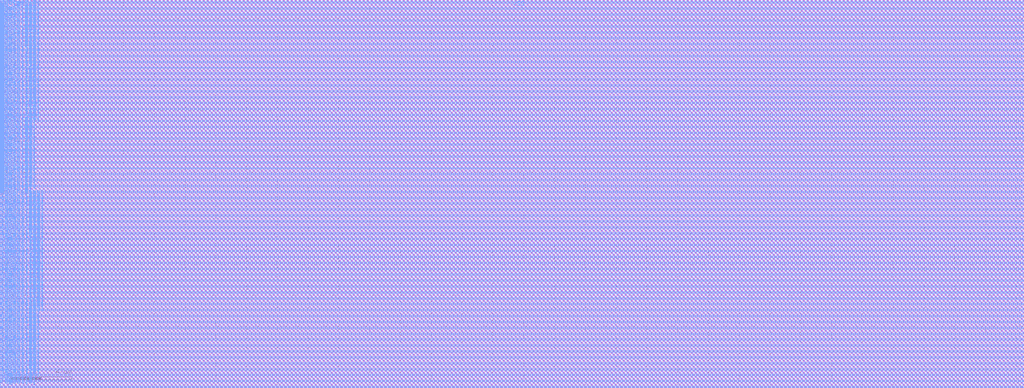
<source format=lef>
# Generated by FakeRAM 2.0
VERSION 5.7 ;
BUSBITCHARS "[]" ;
PROPERTYDEFINITIONS
  MACRO width INTEGER ;
  MACRO depth INTEGER ;
  MACRO banks INTEGER ;
END PROPERTYDEFINITIONS
MACRO sram_asap7_256x128_1rw
  PROPERTY width 256 ;
  PROPERTY depth 128 ;
  PROPERTY banks 1 ;
  FOREIGN sram_asap7_256x128_1rw 0 0 ;
  SYMMETRY X Y R90 ;
  SIZE 66.500 BY 25.200 ;
  CLASS BLOCK ;
  PIN rd_out[0]
    DIRECTION OUTPUT ;
    USE SIGNAL ;
    SHAPE ABUTMENT ;
    PORT
      LAYER M4 ;
      RECT 0.000 0.048 0.024 0.072 ;
    END
  END rd_out[0]
  PIN rd_out[1]
    DIRECTION OUTPUT ;
    USE SIGNAL ;
    SHAPE ABUTMENT ;
    PORT
      LAYER M4 ;
      RECT 0.000 0.096 0.024 0.120 ;
    END
  END rd_out[1]
  PIN rd_out[2]
    DIRECTION OUTPUT ;
    USE SIGNAL ;
    SHAPE ABUTMENT ;
    PORT
      LAYER M4 ;
      RECT 0.000 0.144 0.024 0.168 ;
    END
  END rd_out[2]
  PIN rd_out[3]
    DIRECTION OUTPUT ;
    USE SIGNAL ;
    SHAPE ABUTMENT ;
    PORT
      LAYER M4 ;
      RECT 0.000 0.192 0.024 0.216 ;
    END
  END rd_out[3]
  PIN rd_out[4]
    DIRECTION OUTPUT ;
    USE SIGNAL ;
    SHAPE ABUTMENT ;
    PORT
      LAYER M4 ;
      RECT 0.000 0.240 0.024 0.264 ;
    END
  END rd_out[4]
  PIN rd_out[5]
    DIRECTION OUTPUT ;
    USE SIGNAL ;
    SHAPE ABUTMENT ;
    PORT
      LAYER M4 ;
      RECT 0.000 0.288 0.024 0.312 ;
    END
  END rd_out[5]
  PIN rd_out[6]
    DIRECTION OUTPUT ;
    USE SIGNAL ;
    SHAPE ABUTMENT ;
    PORT
      LAYER M4 ;
      RECT 0.000 0.336 0.024 0.360 ;
    END
  END rd_out[6]
  PIN rd_out[7]
    DIRECTION OUTPUT ;
    USE SIGNAL ;
    SHAPE ABUTMENT ;
    PORT
      LAYER M4 ;
      RECT 0.000 0.384 0.024 0.408 ;
    END
  END rd_out[7]
  PIN rd_out[8]
    DIRECTION OUTPUT ;
    USE SIGNAL ;
    SHAPE ABUTMENT ;
    PORT
      LAYER M4 ;
      RECT 0.000 0.432 0.024 0.456 ;
    END
  END rd_out[8]
  PIN rd_out[9]
    DIRECTION OUTPUT ;
    USE SIGNAL ;
    SHAPE ABUTMENT ;
    PORT
      LAYER M4 ;
      RECT 0.000 0.480 0.024 0.504 ;
    END
  END rd_out[9]
  PIN rd_out[10]
    DIRECTION OUTPUT ;
    USE SIGNAL ;
    SHAPE ABUTMENT ;
    PORT
      LAYER M4 ;
      RECT 0.000 0.528 0.024 0.552 ;
    END
  END rd_out[10]
  PIN rd_out[11]
    DIRECTION OUTPUT ;
    USE SIGNAL ;
    SHAPE ABUTMENT ;
    PORT
      LAYER M4 ;
      RECT 0.000 0.576 0.024 0.600 ;
    END
  END rd_out[11]
  PIN rd_out[12]
    DIRECTION OUTPUT ;
    USE SIGNAL ;
    SHAPE ABUTMENT ;
    PORT
      LAYER M4 ;
      RECT 0.000 0.624 0.024 0.648 ;
    END
  END rd_out[12]
  PIN rd_out[13]
    DIRECTION OUTPUT ;
    USE SIGNAL ;
    SHAPE ABUTMENT ;
    PORT
      LAYER M4 ;
      RECT 0.000 0.672 0.024 0.696 ;
    END
  END rd_out[13]
  PIN rd_out[14]
    DIRECTION OUTPUT ;
    USE SIGNAL ;
    SHAPE ABUTMENT ;
    PORT
      LAYER M4 ;
      RECT 0.000 0.720 0.024 0.744 ;
    END
  END rd_out[14]
  PIN rd_out[15]
    DIRECTION OUTPUT ;
    USE SIGNAL ;
    SHAPE ABUTMENT ;
    PORT
      LAYER M4 ;
      RECT 0.000 0.768 0.024 0.792 ;
    END
  END rd_out[15]
  PIN rd_out[16]
    DIRECTION OUTPUT ;
    USE SIGNAL ;
    SHAPE ABUTMENT ;
    PORT
      LAYER M4 ;
      RECT 0.000 0.816 0.024 0.840 ;
    END
  END rd_out[16]
  PIN rd_out[17]
    DIRECTION OUTPUT ;
    USE SIGNAL ;
    SHAPE ABUTMENT ;
    PORT
      LAYER M4 ;
      RECT 0.000 0.864 0.024 0.888 ;
    END
  END rd_out[17]
  PIN rd_out[18]
    DIRECTION OUTPUT ;
    USE SIGNAL ;
    SHAPE ABUTMENT ;
    PORT
      LAYER M4 ;
      RECT 0.000 0.912 0.024 0.936 ;
    END
  END rd_out[18]
  PIN rd_out[19]
    DIRECTION OUTPUT ;
    USE SIGNAL ;
    SHAPE ABUTMENT ;
    PORT
      LAYER M4 ;
      RECT 0.000 0.960 0.024 0.984 ;
    END
  END rd_out[19]
  PIN rd_out[20]
    DIRECTION OUTPUT ;
    USE SIGNAL ;
    SHAPE ABUTMENT ;
    PORT
      LAYER M4 ;
      RECT 0.000 1.008 0.024 1.032 ;
    END
  END rd_out[20]
  PIN rd_out[21]
    DIRECTION OUTPUT ;
    USE SIGNAL ;
    SHAPE ABUTMENT ;
    PORT
      LAYER M4 ;
      RECT 0.000 1.056 0.024 1.080 ;
    END
  END rd_out[21]
  PIN rd_out[22]
    DIRECTION OUTPUT ;
    USE SIGNAL ;
    SHAPE ABUTMENT ;
    PORT
      LAYER M4 ;
      RECT 0.000 1.104 0.024 1.128 ;
    END
  END rd_out[22]
  PIN rd_out[23]
    DIRECTION OUTPUT ;
    USE SIGNAL ;
    SHAPE ABUTMENT ;
    PORT
      LAYER M4 ;
      RECT 0.000 1.152 0.024 1.176 ;
    END
  END rd_out[23]
  PIN rd_out[24]
    DIRECTION OUTPUT ;
    USE SIGNAL ;
    SHAPE ABUTMENT ;
    PORT
      LAYER M4 ;
      RECT 0.000 1.200 0.024 1.224 ;
    END
  END rd_out[24]
  PIN rd_out[25]
    DIRECTION OUTPUT ;
    USE SIGNAL ;
    SHAPE ABUTMENT ;
    PORT
      LAYER M4 ;
      RECT 0.000 1.248 0.024 1.272 ;
    END
  END rd_out[25]
  PIN rd_out[26]
    DIRECTION OUTPUT ;
    USE SIGNAL ;
    SHAPE ABUTMENT ;
    PORT
      LAYER M4 ;
      RECT 0.000 1.296 0.024 1.320 ;
    END
  END rd_out[26]
  PIN rd_out[27]
    DIRECTION OUTPUT ;
    USE SIGNAL ;
    SHAPE ABUTMENT ;
    PORT
      LAYER M4 ;
      RECT 0.000 1.344 0.024 1.368 ;
    END
  END rd_out[27]
  PIN rd_out[28]
    DIRECTION OUTPUT ;
    USE SIGNAL ;
    SHAPE ABUTMENT ;
    PORT
      LAYER M4 ;
      RECT 0.000 1.392 0.024 1.416 ;
    END
  END rd_out[28]
  PIN rd_out[29]
    DIRECTION OUTPUT ;
    USE SIGNAL ;
    SHAPE ABUTMENT ;
    PORT
      LAYER M4 ;
      RECT 0.000 1.440 0.024 1.464 ;
    END
  END rd_out[29]
  PIN rd_out[30]
    DIRECTION OUTPUT ;
    USE SIGNAL ;
    SHAPE ABUTMENT ;
    PORT
      LAYER M4 ;
      RECT 0.000 1.488 0.024 1.512 ;
    END
  END rd_out[30]
  PIN rd_out[31]
    DIRECTION OUTPUT ;
    USE SIGNAL ;
    SHAPE ABUTMENT ;
    PORT
      LAYER M4 ;
      RECT 0.000 1.536 0.024 1.560 ;
    END
  END rd_out[31]
  PIN rd_out[32]
    DIRECTION OUTPUT ;
    USE SIGNAL ;
    SHAPE ABUTMENT ;
    PORT
      LAYER M4 ;
      RECT 0.000 1.584 0.024 1.608 ;
    END
  END rd_out[32]
  PIN rd_out[33]
    DIRECTION OUTPUT ;
    USE SIGNAL ;
    SHAPE ABUTMENT ;
    PORT
      LAYER M4 ;
      RECT 0.000 1.632 0.024 1.656 ;
    END
  END rd_out[33]
  PIN rd_out[34]
    DIRECTION OUTPUT ;
    USE SIGNAL ;
    SHAPE ABUTMENT ;
    PORT
      LAYER M4 ;
      RECT 0.000 1.680 0.024 1.704 ;
    END
  END rd_out[34]
  PIN rd_out[35]
    DIRECTION OUTPUT ;
    USE SIGNAL ;
    SHAPE ABUTMENT ;
    PORT
      LAYER M4 ;
      RECT 0.000 1.728 0.024 1.752 ;
    END
  END rd_out[35]
  PIN rd_out[36]
    DIRECTION OUTPUT ;
    USE SIGNAL ;
    SHAPE ABUTMENT ;
    PORT
      LAYER M4 ;
      RECT 0.000 1.776 0.024 1.800 ;
    END
  END rd_out[36]
  PIN rd_out[37]
    DIRECTION OUTPUT ;
    USE SIGNAL ;
    SHAPE ABUTMENT ;
    PORT
      LAYER M4 ;
      RECT 0.000 1.824 0.024 1.848 ;
    END
  END rd_out[37]
  PIN rd_out[38]
    DIRECTION OUTPUT ;
    USE SIGNAL ;
    SHAPE ABUTMENT ;
    PORT
      LAYER M4 ;
      RECT 0.000 1.872 0.024 1.896 ;
    END
  END rd_out[38]
  PIN rd_out[39]
    DIRECTION OUTPUT ;
    USE SIGNAL ;
    SHAPE ABUTMENT ;
    PORT
      LAYER M4 ;
      RECT 0.000 1.920 0.024 1.944 ;
    END
  END rd_out[39]
  PIN rd_out[40]
    DIRECTION OUTPUT ;
    USE SIGNAL ;
    SHAPE ABUTMENT ;
    PORT
      LAYER M4 ;
      RECT 0.000 1.968 0.024 1.992 ;
    END
  END rd_out[40]
  PIN rd_out[41]
    DIRECTION OUTPUT ;
    USE SIGNAL ;
    SHAPE ABUTMENT ;
    PORT
      LAYER M4 ;
      RECT 0.000 2.016 0.024 2.040 ;
    END
  END rd_out[41]
  PIN rd_out[42]
    DIRECTION OUTPUT ;
    USE SIGNAL ;
    SHAPE ABUTMENT ;
    PORT
      LAYER M4 ;
      RECT 0.000 2.064 0.024 2.088 ;
    END
  END rd_out[42]
  PIN rd_out[43]
    DIRECTION OUTPUT ;
    USE SIGNAL ;
    SHAPE ABUTMENT ;
    PORT
      LAYER M4 ;
      RECT 0.000 2.112 0.024 2.136 ;
    END
  END rd_out[43]
  PIN rd_out[44]
    DIRECTION OUTPUT ;
    USE SIGNAL ;
    SHAPE ABUTMENT ;
    PORT
      LAYER M4 ;
      RECT 0.000 2.160 0.024 2.184 ;
    END
  END rd_out[44]
  PIN rd_out[45]
    DIRECTION OUTPUT ;
    USE SIGNAL ;
    SHAPE ABUTMENT ;
    PORT
      LAYER M4 ;
      RECT 0.000 2.208 0.024 2.232 ;
    END
  END rd_out[45]
  PIN rd_out[46]
    DIRECTION OUTPUT ;
    USE SIGNAL ;
    SHAPE ABUTMENT ;
    PORT
      LAYER M4 ;
      RECT 0.000 2.256 0.024 2.280 ;
    END
  END rd_out[46]
  PIN rd_out[47]
    DIRECTION OUTPUT ;
    USE SIGNAL ;
    SHAPE ABUTMENT ;
    PORT
      LAYER M4 ;
      RECT 0.000 2.304 0.024 2.328 ;
    END
  END rd_out[47]
  PIN rd_out[48]
    DIRECTION OUTPUT ;
    USE SIGNAL ;
    SHAPE ABUTMENT ;
    PORT
      LAYER M4 ;
      RECT 0.000 2.352 0.024 2.376 ;
    END
  END rd_out[48]
  PIN rd_out[49]
    DIRECTION OUTPUT ;
    USE SIGNAL ;
    SHAPE ABUTMENT ;
    PORT
      LAYER M4 ;
      RECT 0.000 2.400 0.024 2.424 ;
    END
  END rd_out[49]
  PIN rd_out[50]
    DIRECTION OUTPUT ;
    USE SIGNAL ;
    SHAPE ABUTMENT ;
    PORT
      LAYER M4 ;
      RECT 0.000 2.448 0.024 2.472 ;
    END
  END rd_out[50]
  PIN rd_out[51]
    DIRECTION OUTPUT ;
    USE SIGNAL ;
    SHAPE ABUTMENT ;
    PORT
      LAYER M4 ;
      RECT 0.000 2.496 0.024 2.520 ;
    END
  END rd_out[51]
  PIN rd_out[52]
    DIRECTION OUTPUT ;
    USE SIGNAL ;
    SHAPE ABUTMENT ;
    PORT
      LAYER M4 ;
      RECT 0.000 2.544 0.024 2.568 ;
    END
  END rd_out[52]
  PIN rd_out[53]
    DIRECTION OUTPUT ;
    USE SIGNAL ;
    SHAPE ABUTMENT ;
    PORT
      LAYER M4 ;
      RECT 0.000 2.592 0.024 2.616 ;
    END
  END rd_out[53]
  PIN rd_out[54]
    DIRECTION OUTPUT ;
    USE SIGNAL ;
    SHAPE ABUTMENT ;
    PORT
      LAYER M4 ;
      RECT 0.000 2.640 0.024 2.664 ;
    END
  END rd_out[54]
  PIN rd_out[55]
    DIRECTION OUTPUT ;
    USE SIGNAL ;
    SHAPE ABUTMENT ;
    PORT
      LAYER M4 ;
      RECT 0.000 2.688 0.024 2.712 ;
    END
  END rd_out[55]
  PIN rd_out[56]
    DIRECTION OUTPUT ;
    USE SIGNAL ;
    SHAPE ABUTMENT ;
    PORT
      LAYER M4 ;
      RECT 0.000 2.736 0.024 2.760 ;
    END
  END rd_out[56]
  PIN rd_out[57]
    DIRECTION OUTPUT ;
    USE SIGNAL ;
    SHAPE ABUTMENT ;
    PORT
      LAYER M4 ;
      RECT 0.000 2.784 0.024 2.808 ;
    END
  END rd_out[57]
  PIN rd_out[58]
    DIRECTION OUTPUT ;
    USE SIGNAL ;
    SHAPE ABUTMENT ;
    PORT
      LAYER M4 ;
      RECT 0.000 2.832 0.024 2.856 ;
    END
  END rd_out[58]
  PIN rd_out[59]
    DIRECTION OUTPUT ;
    USE SIGNAL ;
    SHAPE ABUTMENT ;
    PORT
      LAYER M4 ;
      RECT 0.000 2.880 0.024 2.904 ;
    END
  END rd_out[59]
  PIN rd_out[60]
    DIRECTION OUTPUT ;
    USE SIGNAL ;
    SHAPE ABUTMENT ;
    PORT
      LAYER M4 ;
      RECT 0.000 2.928 0.024 2.952 ;
    END
  END rd_out[60]
  PIN rd_out[61]
    DIRECTION OUTPUT ;
    USE SIGNAL ;
    SHAPE ABUTMENT ;
    PORT
      LAYER M4 ;
      RECT 0.000 2.976 0.024 3.000 ;
    END
  END rd_out[61]
  PIN rd_out[62]
    DIRECTION OUTPUT ;
    USE SIGNAL ;
    SHAPE ABUTMENT ;
    PORT
      LAYER M4 ;
      RECT 0.000 3.024 0.024 3.048 ;
    END
  END rd_out[62]
  PIN rd_out[63]
    DIRECTION OUTPUT ;
    USE SIGNAL ;
    SHAPE ABUTMENT ;
    PORT
      LAYER M4 ;
      RECT 0.000 3.072 0.024 3.096 ;
    END
  END rd_out[63]
  PIN rd_out[64]
    DIRECTION OUTPUT ;
    USE SIGNAL ;
    SHAPE ABUTMENT ;
    PORT
      LAYER M4 ;
      RECT 0.000 3.120 0.024 3.144 ;
    END
  END rd_out[64]
  PIN rd_out[65]
    DIRECTION OUTPUT ;
    USE SIGNAL ;
    SHAPE ABUTMENT ;
    PORT
      LAYER M4 ;
      RECT 0.000 3.168 0.024 3.192 ;
    END
  END rd_out[65]
  PIN rd_out[66]
    DIRECTION OUTPUT ;
    USE SIGNAL ;
    SHAPE ABUTMENT ;
    PORT
      LAYER M4 ;
      RECT 0.000 3.216 0.024 3.240 ;
    END
  END rd_out[66]
  PIN rd_out[67]
    DIRECTION OUTPUT ;
    USE SIGNAL ;
    SHAPE ABUTMENT ;
    PORT
      LAYER M4 ;
      RECT 0.000 3.264 0.024 3.288 ;
    END
  END rd_out[67]
  PIN rd_out[68]
    DIRECTION OUTPUT ;
    USE SIGNAL ;
    SHAPE ABUTMENT ;
    PORT
      LAYER M4 ;
      RECT 0.000 3.312 0.024 3.336 ;
    END
  END rd_out[68]
  PIN rd_out[69]
    DIRECTION OUTPUT ;
    USE SIGNAL ;
    SHAPE ABUTMENT ;
    PORT
      LAYER M4 ;
      RECT 0.000 3.360 0.024 3.384 ;
    END
  END rd_out[69]
  PIN rd_out[70]
    DIRECTION OUTPUT ;
    USE SIGNAL ;
    SHAPE ABUTMENT ;
    PORT
      LAYER M4 ;
      RECT 0.000 3.408 0.024 3.432 ;
    END
  END rd_out[70]
  PIN rd_out[71]
    DIRECTION OUTPUT ;
    USE SIGNAL ;
    SHAPE ABUTMENT ;
    PORT
      LAYER M4 ;
      RECT 0.000 3.456 0.024 3.480 ;
    END
  END rd_out[71]
  PIN rd_out[72]
    DIRECTION OUTPUT ;
    USE SIGNAL ;
    SHAPE ABUTMENT ;
    PORT
      LAYER M4 ;
      RECT 0.000 3.504 0.024 3.528 ;
    END
  END rd_out[72]
  PIN rd_out[73]
    DIRECTION OUTPUT ;
    USE SIGNAL ;
    SHAPE ABUTMENT ;
    PORT
      LAYER M4 ;
      RECT 0.000 3.552 0.024 3.576 ;
    END
  END rd_out[73]
  PIN rd_out[74]
    DIRECTION OUTPUT ;
    USE SIGNAL ;
    SHAPE ABUTMENT ;
    PORT
      LAYER M4 ;
      RECT 0.000 3.600 0.024 3.624 ;
    END
  END rd_out[74]
  PIN rd_out[75]
    DIRECTION OUTPUT ;
    USE SIGNAL ;
    SHAPE ABUTMENT ;
    PORT
      LAYER M4 ;
      RECT 0.000 3.648 0.024 3.672 ;
    END
  END rd_out[75]
  PIN rd_out[76]
    DIRECTION OUTPUT ;
    USE SIGNAL ;
    SHAPE ABUTMENT ;
    PORT
      LAYER M4 ;
      RECT 0.000 3.696 0.024 3.720 ;
    END
  END rd_out[76]
  PIN rd_out[77]
    DIRECTION OUTPUT ;
    USE SIGNAL ;
    SHAPE ABUTMENT ;
    PORT
      LAYER M4 ;
      RECT 0.000 3.744 0.024 3.768 ;
    END
  END rd_out[77]
  PIN rd_out[78]
    DIRECTION OUTPUT ;
    USE SIGNAL ;
    SHAPE ABUTMENT ;
    PORT
      LAYER M4 ;
      RECT 0.000 3.792 0.024 3.816 ;
    END
  END rd_out[78]
  PIN rd_out[79]
    DIRECTION OUTPUT ;
    USE SIGNAL ;
    SHAPE ABUTMENT ;
    PORT
      LAYER M4 ;
      RECT 0.000 3.840 0.024 3.864 ;
    END
  END rd_out[79]
  PIN rd_out[80]
    DIRECTION OUTPUT ;
    USE SIGNAL ;
    SHAPE ABUTMENT ;
    PORT
      LAYER M4 ;
      RECT 0.000 3.888 0.024 3.912 ;
    END
  END rd_out[80]
  PIN rd_out[81]
    DIRECTION OUTPUT ;
    USE SIGNAL ;
    SHAPE ABUTMENT ;
    PORT
      LAYER M4 ;
      RECT 0.000 3.936 0.024 3.960 ;
    END
  END rd_out[81]
  PIN rd_out[82]
    DIRECTION OUTPUT ;
    USE SIGNAL ;
    SHAPE ABUTMENT ;
    PORT
      LAYER M4 ;
      RECT 0.000 3.984 0.024 4.008 ;
    END
  END rd_out[82]
  PIN rd_out[83]
    DIRECTION OUTPUT ;
    USE SIGNAL ;
    SHAPE ABUTMENT ;
    PORT
      LAYER M4 ;
      RECT 0.000 4.032 0.024 4.056 ;
    END
  END rd_out[83]
  PIN rd_out[84]
    DIRECTION OUTPUT ;
    USE SIGNAL ;
    SHAPE ABUTMENT ;
    PORT
      LAYER M4 ;
      RECT 0.000 4.080 0.024 4.104 ;
    END
  END rd_out[84]
  PIN rd_out[85]
    DIRECTION OUTPUT ;
    USE SIGNAL ;
    SHAPE ABUTMENT ;
    PORT
      LAYER M4 ;
      RECT 0.000 4.128 0.024 4.152 ;
    END
  END rd_out[85]
  PIN rd_out[86]
    DIRECTION OUTPUT ;
    USE SIGNAL ;
    SHAPE ABUTMENT ;
    PORT
      LAYER M4 ;
      RECT 0.000 4.176 0.024 4.200 ;
    END
  END rd_out[86]
  PIN rd_out[87]
    DIRECTION OUTPUT ;
    USE SIGNAL ;
    SHAPE ABUTMENT ;
    PORT
      LAYER M4 ;
      RECT 0.000 4.224 0.024 4.248 ;
    END
  END rd_out[87]
  PIN rd_out[88]
    DIRECTION OUTPUT ;
    USE SIGNAL ;
    SHAPE ABUTMENT ;
    PORT
      LAYER M4 ;
      RECT 0.000 4.272 0.024 4.296 ;
    END
  END rd_out[88]
  PIN rd_out[89]
    DIRECTION OUTPUT ;
    USE SIGNAL ;
    SHAPE ABUTMENT ;
    PORT
      LAYER M4 ;
      RECT 0.000 4.320 0.024 4.344 ;
    END
  END rd_out[89]
  PIN rd_out[90]
    DIRECTION OUTPUT ;
    USE SIGNAL ;
    SHAPE ABUTMENT ;
    PORT
      LAYER M4 ;
      RECT 0.000 4.368 0.024 4.392 ;
    END
  END rd_out[90]
  PIN rd_out[91]
    DIRECTION OUTPUT ;
    USE SIGNAL ;
    SHAPE ABUTMENT ;
    PORT
      LAYER M4 ;
      RECT 0.000 4.416 0.024 4.440 ;
    END
  END rd_out[91]
  PIN rd_out[92]
    DIRECTION OUTPUT ;
    USE SIGNAL ;
    SHAPE ABUTMENT ;
    PORT
      LAYER M4 ;
      RECT 0.000 4.464 0.024 4.488 ;
    END
  END rd_out[92]
  PIN rd_out[93]
    DIRECTION OUTPUT ;
    USE SIGNAL ;
    SHAPE ABUTMENT ;
    PORT
      LAYER M4 ;
      RECT 0.000 4.512 0.024 4.536 ;
    END
  END rd_out[93]
  PIN rd_out[94]
    DIRECTION OUTPUT ;
    USE SIGNAL ;
    SHAPE ABUTMENT ;
    PORT
      LAYER M4 ;
      RECT 0.000 4.560 0.024 4.584 ;
    END
  END rd_out[94]
  PIN rd_out[95]
    DIRECTION OUTPUT ;
    USE SIGNAL ;
    SHAPE ABUTMENT ;
    PORT
      LAYER M4 ;
      RECT 0.000 4.608 0.024 4.632 ;
    END
  END rd_out[95]
  PIN rd_out[96]
    DIRECTION OUTPUT ;
    USE SIGNAL ;
    SHAPE ABUTMENT ;
    PORT
      LAYER M4 ;
      RECT 0.000 4.656 0.024 4.680 ;
    END
  END rd_out[96]
  PIN rd_out[97]
    DIRECTION OUTPUT ;
    USE SIGNAL ;
    SHAPE ABUTMENT ;
    PORT
      LAYER M4 ;
      RECT 0.000 4.704 0.024 4.728 ;
    END
  END rd_out[97]
  PIN rd_out[98]
    DIRECTION OUTPUT ;
    USE SIGNAL ;
    SHAPE ABUTMENT ;
    PORT
      LAYER M4 ;
      RECT 0.000 4.752 0.024 4.776 ;
    END
  END rd_out[98]
  PIN rd_out[99]
    DIRECTION OUTPUT ;
    USE SIGNAL ;
    SHAPE ABUTMENT ;
    PORT
      LAYER M4 ;
      RECT 0.000 4.800 0.024 4.824 ;
    END
  END rd_out[99]
  PIN rd_out[100]
    DIRECTION OUTPUT ;
    USE SIGNAL ;
    SHAPE ABUTMENT ;
    PORT
      LAYER M4 ;
      RECT 0.000 4.848 0.024 4.872 ;
    END
  END rd_out[100]
  PIN rd_out[101]
    DIRECTION OUTPUT ;
    USE SIGNAL ;
    SHAPE ABUTMENT ;
    PORT
      LAYER M4 ;
      RECT 0.000 4.896 0.024 4.920 ;
    END
  END rd_out[101]
  PIN rd_out[102]
    DIRECTION OUTPUT ;
    USE SIGNAL ;
    SHAPE ABUTMENT ;
    PORT
      LAYER M4 ;
      RECT 0.000 4.944 0.024 4.968 ;
    END
  END rd_out[102]
  PIN rd_out[103]
    DIRECTION OUTPUT ;
    USE SIGNAL ;
    SHAPE ABUTMENT ;
    PORT
      LAYER M4 ;
      RECT 0.000 4.992 0.024 5.016 ;
    END
  END rd_out[103]
  PIN rd_out[104]
    DIRECTION OUTPUT ;
    USE SIGNAL ;
    SHAPE ABUTMENT ;
    PORT
      LAYER M4 ;
      RECT 0.000 5.040 0.024 5.064 ;
    END
  END rd_out[104]
  PIN rd_out[105]
    DIRECTION OUTPUT ;
    USE SIGNAL ;
    SHAPE ABUTMENT ;
    PORT
      LAYER M4 ;
      RECT 0.000 5.088 0.024 5.112 ;
    END
  END rd_out[105]
  PIN rd_out[106]
    DIRECTION OUTPUT ;
    USE SIGNAL ;
    SHAPE ABUTMENT ;
    PORT
      LAYER M4 ;
      RECT 0.000 5.136 0.024 5.160 ;
    END
  END rd_out[106]
  PIN rd_out[107]
    DIRECTION OUTPUT ;
    USE SIGNAL ;
    SHAPE ABUTMENT ;
    PORT
      LAYER M4 ;
      RECT 0.000 5.184 0.024 5.208 ;
    END
  END rd_out[107]
  PIN rd_out[108]
    DIRECTION OUTPUT ;
    USE SIGNAL ;
    SHAPE ABUTMENT ;
    PORT
      LAYER M4 ;
      RECT 0.000 5.232 0.024 5.256 ;
    END
  END rd_out[108]
  PIN rd_out[109]
    DIRECTION OUTPUT ;
    USE SIGNAL ;
    SHAPE ABUTMENT ;
    PORT
      LAYER M4 ;
      RECT 0.000 5.280 0.024 5.304 ;
    END
  END rd_out[109]
  PIN rd_out[110]
    DIRECTION OUTPUT ;
    USE SIGNAL ;
    SHAPE ABUTMENT ;
    PORT
      LAYER M4 ;
      RECT 0.000 5.328 0.024 5.352 ;
    END
  END rd_out[110]
  PIN rd_out[111]
    DIRECTION OUTPUT ;
    USE SIGNAL ;
    SHAPE ABUTMENT ;
    PORT
      LAYER M4 ;
      RECT 0.000 5.376 0.024 5.400 ;
    END
  END rd_out[111]
  PIN rd_out[112]
    DIRECTION OUTPUT ;
    USE SIGNAL ;
    SHAPE ABUTMENT ;
    PORT
      LAYER M4 ;
      RECT 0.000 5.424 0.024 5.448 ;
    END
  END rd_out[112]
  PIN rd_out[113]
    DIRECTION OUTPUT ;
    USE SIGNAL ;
    SHAPE ABUTMENT ;
    PORT
      LAYER M4 ;
      RECT 0.000 5.472 0.024 5.496 ;
    END
  END rd_out[113]
  PIN rd_out[114]
    DIRECTION OUTPUT ;
    USE SIGNAL ;
    SHAPE ABUTMENT ;
    PORT
      LAYER M4 ;
      RECT 0.000 5.520 0.024 5.544 ;
    END
  END rd_out[114]
  PIN rd_out[115]
    DIRECTION OUTPUT ;
    USE SIGNAL ;
    SHAPE ABUTMENT ;
    PORT
      LAYER M4 ;
      RECT 0.000 5.568 0.024 5.592 ;
    END
  END rd_out[115]
  PIN rd_out[116]
    DIRECTION OUTPUT ;
    USE SIGNAL ;
    SHAPE ABUTMENT ;
    PORT
      LAYER M4 ;
      RECT 0.000 5.616 0.024 5.640 ;
    END
  END rd_out[116]
  PIN rd_out[117]
    DIRECTION OUTPUT ;
    USE SIGNAL ;
    SHAPE ABUTMENT ;
    PORT
      LAYER M4 ;
      RECT 0.000 5.664 0.024 5.688 ;
    END
  END rd_out[117]
  PIN rd_out[118]
    DIRECTION OUTPUT ;
    USE SIGNAL ;
    SHAPE ABUTMENT ;
    PORT
      LAYER M4 ;
      RECT 0.000 5.712 0.024 5.736 ;
    END
  END rd_out[118]
  PIN rd_out[119]
    DIRECTION OUTPUT ;
    USE SIGNAL ;
    SHAPE ABUTMENT ;
    PORT
      LAYER M4 ;
      RECT 0.000 5.760 0.024 5.784 ;
    END
  END rd_out[119]
  PIN rd_out[120]
    DIRECTION OUTPUT ;
    USE SIGNAL ;
    SHAPE ABUTMENT ;
    PORT
      LAYER M4 ;
      RECT 0.000 5.808 0.024 5.832 ;
    END
  END rd_out[120]
  PIN rd_out[121]
    DIRECTION OUTPUT ;
    USE SIGNAL ;
    SHAPE ABUTMENT ;
    PORT
      LAYER M4 ;
      RECT 0.000 5.856 0.024 5.880 ;
    END
  END rd_out[121]
  PIN rd_out[122]
    DIRECTION OUTPUT ;
    USE SIGNAL ;
    SHAPE ABUTMENT ;
    PORT
      LAYER M4 ;
      RECT 0.000 5.904 0.024 5.928 ;
    END
  END rd_out[122]
  PIN rd_out[123]
    DIRECTION OUTPUT ;
    USE SIGNAL ;
    SHAPE ABUTMENT ;
    PORT
      LAYER M4 ;
      RECT 0.000 5.952 0.024 5.976 ;
    END
  END rd_out[123]
  PIN rd_out[124]
    DIRECTION OUTPUT ;
    USE SIGNAL ;
    SHAPE ABUTMENT ;
    PORT
      LAYER M4 ;
      RECT 0.000 6.000 0.024 6.024 ;
    END
  END rd_out[124]
  PIN rd_out[125]
    DIRECTION OUTPUT ;
    USE SIGNAL ;
    SHAPE ABUTMENT ;
    PORT
      LAYER M4 ;
      RECT 0.000 6.048 0.024 6.072 ;
    END
  END rd_out[125]
  PIN rd_out[126]
    DIRECTION OUTPUT ;
    USE SIGNAL ;
    SHAPE ABUTMENT ;
    PORT
      LAYER M4 ;
      RECT 0.000 6.096 0.024 6.120 ;
    END
  END rd_out[126]
  PIN rd_out[127]
    DIRECTION OUTPUT ;
    USE SIGNAL ;
    SHAPE ABUTMENT ;
    PORT
      LAYER M4 ;
      RECT 0.000 6.144 0.024 6.168 ;
    END
  END rd_out[127]
  PIN rd_out[128]
    DIRECTION OUTPUT ;
    USE SIGNAL ;
    SHAPE ABUTMENT ;
    PORT
      LAYER M4 ;
      RECT 0.000 6.192 0.024 6.216 ;
    END
  END rd_out[128]
  PIN rd_out[129]
    DIRECTION OUTPUT ;
    USE SIGNAL ;
    SHAPE ABUTMENT ;
    PORT
      LAYER M4 ;
      RECT 0.000 6.240 0.024 6.264 ;
    END
  END rd_out[129]
  PIN rd_out[130]
    DIRECTION OUTPUT ;
    USE SIGNAL ;
    SHAPE ABUTMENT ;
    PORT
      LAYER M4 ;
      RECT 0.000 6.288 0.024 6.312 ;
    END
  END rd_out[130]
  PIN rd_out[131]
    DIRECTION OUTPUT ;
    USE SIGNAL ;
    SHAPE ABUTMENT ;
    PORT
      LAYER M4 ;
      RECT 0.000 6.336 0.024 6.360 ;
    END
  END rd_out[131]
  PIN rd_out[132]
    DIRECTION OUTPUT ;
    USE SIGNAL ;
    SHAPE ABUTMENT ;
    PORT
      LAYER M4 ;
      RECT 0.000 6.384 0.024 6.408 ;
    END
  END rd_out[132]
  PIN rd_out[133]
    DIRECTION OUTPUT ;
    USE SIGNAL ;
    SHAPE ABUTMENT ;
    PORT
      LAYER M4 ;
      RECT 0.000 6.432 0.024 6.456 ;
    END
  END rd_out[133]
  PIN rd_out[134]
    DIRECTION OUTPUT ;
    USE SIGNAL ;
    SHAPE ABUTMENT ;
    PORT
      LAYER M4 ;
      RECT 0.000 6.480 0.024 6.504 ;
    END
  END rd_out[134]
  PIN rd_out[135]
    DIRECTION OUTPUT ;
    USE SIGNAL ;
    SHAPE ABUTMENT ;
    PORT
      LAYER M4 ;
      RECT 0.000 6.528 0.024 6.552 ;
    END
  END rd_out[135]
  PIN rd_out[136]
    DIRECTION OUTPUT ;
    USE SIGNAL ;
    SHAPE ABUTMENT ;
    PORT
      LAYER M4 ;
      RECT 0.000 6.576 0.024 6.600 ;
    END
  END rd_out[136]
  PIN rd_out[137]
    DIRECTION OUTPUT ;
    USE SIGNAL ;
    SHAPE ABUTMENT ;
    PORT
      LAYER M4 ;
      RECT 0.000 6.624 0.024 6.648 ;
    END
  END rd_out[137]
  PIN rd_out[138]
    DIRECTION OUTPUT ;
    USE SIGNAL ;
    SHAPE ABUTMENT ;
    PORT
      LAYER M4 ;
      RECT 0.000 6.672 0.024 6.696 ;
    END
  END rd_out[138]
  PIN rd_out[139]
    DIRECTION OUTPUT ;
    USE SIGNAL ;
    SHAPE ABUTMENT ;
    PORT
      LAYER M4 ;
      RECT 0.000 6.720 0.024 6.744 ;
    END
  END rd_out[139]
  PIN rd_out[140]
    DIRECTION OUTPUT ;
    USE SIGNAL ;
    SHAPE ABUTMENT ;
    PORT
      LAYER M4 ;
      RECT 0.000 6.768 0.024 6.792 ;
    END
  END rd_out[140]
  PIN rd_out[141]
    DIRECTION OUTPUT ;
    USE SIGNAL ;
    SHAPE ABUTMENT ;
    PORT
      LAYER M4 ;
      RECT 0.000 6.816 0.024 6.840 ;
    END
  END rd_out[141]
  PIN rd_out[142]
    DIRECTION OUTPUT ;
    USE SIGNAL ;
    SHAPE ABUTMENT ;
    PORT
      LAYER M4 ;
      RECT 0.000 6.864 0.024 6.888 ;
    END
  END rd_out[142]
  PIN rd_out[143]
    DIRECTION OUTPUT ;
    USE SIGNAL ;
    SHAPE ABUTMENT ;
    PORT
      LAYER M4 ;
      RECT 0.000 6.912 0.024 6.936 ;
    END
  END rd_out[143]
  PIN rd_out[144]
    DIRECTION OUTPUT ;
    USE SIGNAL ;
    SHAPE ABUTMENT ;
    PORT
      LAYER M4 ;
      RECT 0.000 6.960 0.024 6.984 ;
    END
  END rd_out[144]
  PIN rd_out[145]
    DIRECTION OUTPUT ;
    USE SIGNAL ;
    SHAPE ABUTMENT ;
    PORT
      LAYER M4 ;
      RECT 0.000 7.008 0.024 7.032 ;
    END
  END rd_out[145]
  PIN rd_out[146]
    DIRECTION OUTPUT ;
    USE SIGNAL ;
    SHAPE ABUTMENT ;
    PORT
      LAYER M4 ;
      RECT 0.000 7.056 0.024 7.080 ;
    END
  END rd_out[146]
  PIN rd_out[147]
    DIRECTION OUTPUT ;
    USE SIGNAL ;
    SHAPE ABUTMENT ;
    PORT
      LAYER M4 ;
      RECT 0.000 7.104 0.024 7.128 ;
    END
  END rd_out[147]
  PIN rd_out[148]
    DIRECTION OUTPUT ;
    USE SIGNAL ;
    SHAPE ABUTMENT ;
    PORT
      LAYER M4 ;
      RECT 0.000 7.152 0.024 7.176 ;
    END
  END rd_out[148]
  PIN rd_out[149]
    DIRECTION OUTPUT ;
    USE SIGNAL ;
    SHAPE ABUTMENT ;
    PORT
      LAYER M4 ;
      RECT 0.000 7.200 0.024 7.224 ;
    END
  END rd_out[149]
  PIN rd_out[150]
    DIRECTION OUTPUT ;
    USE SIGNAL ;
    SHAPE ABUTMENT ;
    PORT
      LAYER M4 ;
      RECT 0.000 7.248 0.024 7.272 ;
    END
  END rd_out[150]
  PIN rd_out[151]
    DIRECTION OUTPUT ;
    USE SIGNAL ;
    SHAPE ABUTMENT ;
    PORT
      LAYER M4 ;
      RECT 0.000 7.296 0.024 7.320 ;
    END
  END rd_out[151]
  PIN rd_out[152]
    DIRECTION OUTPUT ;
    USE SIGNAL ;
    SHAPE ABUTMENT ;
    PORT
      LAYER M4 ;
      RECT 0.000 7.344 0.024 7.368 ;
    END
  END rd_out[152]
  PIN rd_out[153]
    DIRECTION OUTPUT ;
    USE SIGNAL ;
    SHAPE ABUTMENT ;
    PORT
      LAYER M4 ;
      RECT 0.000 7.392 0.024 7.416 ;
    END
  END rd_out[153]
  PIN rd_out[154]
    DIRECTION OUTPUT ;
    USE SIGNAL ;
    SHAPE ABUTMENT ;
    PORT
      LAYER M4 ;
      RECT 0.000 7.440 0.024 7.464 ;
    END
  END rd_out[154]
  PIN rd_out[155]
    DIRECTION OUTPUT ;
    USE SIGNAL ;
    SHAPE ABUTMENT ;
    PORT
      LAYER M4 ;
      RECT 0.000 7.488 0.024 7.512 ;
    END
  END rd_out[155]
  PIN rd_out[156]
    DIRECTION OUTPUT ;
    USE SIGNAL ;
    SHAPE ABUTMENT ;
    PORT
      LAYER M4 ;
      RECT 0.000 7.536 0.024 7.560 ;
    END
  END rd_out[156]
  PIN rd_out[157]
    DIRECTION OUTPUT ;
    USE SIGNAL ;
    SHAPE ABUTMENT ;
    PORT
      LAYER M4 ;
      RECT 0.000 7.584 0.024 7.608 ;
    END
  END rd_out[157]
  PIN rd_out[158]
    DIRECTION OUTPUT ;
    USE SIGNAL ;
    SHAPE ABUTMENT ;
    PORT
      LAYER M4 ;
      RECT 0.000 7.632 0.024 7.656 ;
    END
  END rd_out[158]
  PIN rd_out[159]
    DIRECTION OUTPUT ;
    USE SIGNAL ;
    SHAPE ABUTMENT ;
    PORT
      LAYER M4 ;
      RECT 0.000 7.680 0.024 7.704 ;
    END
  END rd_out[159]
  PIN rd_out[160]
    DIRECTION OUTPUT ;
    USE SIGNAL ;
    SHAPE ABUTMENT ;
    PORT
      LAYER M4 ;
      RECT 0.000 7.728 0.024 7.752 ;
    END
  END rd_out[160]
  PIN rd_out[161]
    DIRECTION OUTPUT ;
    USE SIGNAL ;
    SHAPE ABUTMENT ;
    PORT
      LAYER M4 ;
      RECT 0.000 7.776 0.024 7.800 ;
    END
  END rd_out[161]
  PIN rd_out[162]
    DIRECTION OUTPUT ;
    USE SIGNAL ;
    SHAPE ABUTMENT ;
    PORT
      LAYER M4 ;
      RECT 0.000 7.824 0.024 7.848 ;
    END
  END rd_out[162]
  PIN rd_out[163]
    DIRECTION OUTPUT ;
    USE SIGNAL ;
    SHAPE ABUTMENT ;
    PORT
      LAYER M4 ;
      RECT 0.000 7.872 0.024 7.896 ;
    END
  END rd_out[163]
  PIN rd_out[164]
    DIRECTION OUTPUT ;
    USE SIGNAL ;
    SHAPE ABUTMENT ;
    PORT
      LAYER M4 ;
      RECT 0.000 7.920 0.024 7.944 ;
    END
  END rd_out[164]
  PIN rd_out[165]
    DIRECTION OUTPUT ;
    USE SIGNAL ;
    SHAPE ABUTMENT ;
    PORT
      LAYER M4 ;
      RECT 0.000 7.968 0.024 7.992 ;
    END
  END rd_out[165]
  PIN rd_out[166]
    DIRECTION OUTPUT ;
    USE SIGNAL ;
    SHAPE ABUTMENT ;
    PORT
      LAYER M4 ;
      RECT 0.000 8.016 0.024 8.040 ;
    END
  END rd_out[166]
  PIN rd_out[167]
    DIRECTION OUTPUT ;
    USE SIGNAL ;
    SHAPE ABUTMENT ;
    PORT
      LAYER M4 ;
      RECT 0.000 8.064 0.024 8.088 ;
    END
  END rd_out[167]
  PIN rd_out[168]
    DIRECTION OUTPUT ;
    USE SIGNAL ;
    SHAPE ABUTMENT ;
    PORT
      LAYER M4 ;
      RECT 0.000 8.112 0.024 8.136 ;
    END
  END rd_out[168]
  PIN rd_out[169]
    DIRECTION OUTPUT ;
    USE SIGNAL ;
    SHAPE ABUTMENT ;
    PORT
      LAYER M4 ;
      RECT 0.000 8.160 0.024 8.184 ;
    END
  END rd_out[169]
  PIN rd_out[170]
    DIRECTION OUTPUT ;
    USE SIGNAL ;
    SHAPE ABUTMENT ;
    PORT
      LAYER M4 ;
      RECT 0.000 8.208 0.024 8.232 ;
    END
  END rd_out[170]
  PIN rd_out[171]
    DIRECTION OUTPUT ;
    USE SIGNAL ;
    SHAPE ABUTMENT ;
    PORT
      LAYER M4 ;
      RECT 0.000 8.256 0.024 8.280 ;
    END
  END rd_out[171]
  PIN rd_out[172]
    DIRECTION OUTPUT ;
    USE SIGNAL ;
    SHAPE ABUTMENT ;
    PORT
      LAYER M4 ;
      RECT 0.000 8.304 0.024 8.328 ;
    END
  END rd_out[172]
  PIN rd_out[173]
    DIRECTION OUTPUT ;
    USE SIGNAL ;
    SHAPE ABUTMENT ;
    PORT
      LAYER M4 ;
      RECT 0.000 8.352 0.024 8.376 ;
    END
  END rd_out[173]
  PIN rd_out[174]
    DIRECTION OUTPUT ;
    USE SIGNAL ;
    SHAPE ABUTMENT ;
    PORT
      LAYER M4 ;
      RECT 0.000 8.400 0.024 8.424 ;
    END
  END rd_out[174]
  PIN rd_out[175]
    DIRECTION OUTPUT ;
    USE SIGNAL ;
    SHAPE ABUTMENT ;
    PORT
      LAYER M4 ;
      RECT 0.000 8.448 0.024 8.472 ;
    END
  END rd_out[175]
  PIN rd_out[176]
    DIRECTION OUTPUT ;
    USE SIGNAL ;
    SHAPE ABUTMENT ;
    PORT
      LAYER M4 ;
      RECT 0.000 8.496 0.024 8.520 ;
    END
  END rd_out[176]
  PIN rd_out[177]
    DIRECTION OUTPUT ;
    USE SIGNAL ;
    SHAPE ABUTMENT ;
    PORT
      LAYER M4 ;
      RECT 0.000 8.544 0.024 8.568 ;
    END
  END rd_out[177]
  PIN rd_out[178]
    DIRECTION OUTPUT ;
    USE SIGNAL ;
    SHAPE ABUTMENT ;
    PORT
      LAYER M4 ;
      RECT 0.000 8.592 0.024 8.616 ;
    END
  END rd_out[178]
  PIN rd_out[179]
    DIRECTION OUTPUT ;
    USE SIGNAL ;
    SHAPE ABUTMENT ;
    PORT
      LAYER M4 ;
      RECT 0.000 8.640 0.024 8.664 ;
    END
  END rd_out[179]
  PIN rd_out[180]
    DIRECTION OUTPUT ;
    USE SIGNAL ;
    SHAPE ABUTMENT ;
    PORT
      LAYER M4 ;
      RECT 0.000 8.688 0.024 8.712 ;
    END
  END rd_out[180]
  PIN rd_out[181]
    DIRECTION OUTPUT ;
    USE SIGNAL ;
    SHAPE ABUTMENT ;
    PORT
      LAYER M4 ;
      RECT 0.000 8.736 0.024 8.760 ;
    END
  END rd_out[181]
  PIN rd_out[182]
    DIRECTION OUTPUT ;
    USE SIGNAL ;
    SHAPE ABUTMENT ;
    PORT
      LAYER M4 ;
      RECT 0.000 8.784 0.024 8.808 ;
    END
  END rd_out[182]
  PIN rd_out[183]
    DIRECTION OUTPUT ;
    USE SIGNAL ;
    SHAPE ABUTMENT ;
    PORT
      LAYER M4 ;
      RECT 0.000 8.832 0.024 8.856 ;
    END
  END rd_out[183]
  PIN rd_out[184]
    DIRECTION OUTPUT ;
    USE SIGNAL ;
    SHAPE ABUTMENT ;
    PORT
      LAYER M4 ;
      RECT 0.000 8.880 0.024 8.904 ;
    END
  END rd_out[184]
  PIN rd_out[185]
    DIRECTION OUTPUT ;
    USE SIGNAL ;
    SHAPE ABUTMENT ;
    PORT
      LAYER M4 ;
      RECT 0.000 8.928 0.024 8.952 ;
    END
  END rd_out[185]
  PIN rd_out[186]
    DIRECTION OUTPUT ;
    USE SIGNAL ;
    SHAPE ABUTMENT ;
    PORT
      LAYER M4 ;
      RECT 0.000 8.976 0.024 9.000 ;
    END
  END rd_out[186]
  PIN rd_out[187]
    DIRECTION OUTPUT ;
    USE SIGNAL ;
    SHAPE ABUTMENT ;
    PORT
      LAYER M4 ;
      RECT 0.000 9.024 0.024 9.048 ;
    END
  END rd_out[187]
  PIN rd_out[188]
    DIRECTION OUTPUT ;
    USE SIGNAL ;
    SHAPE ABUTMENT ;
    PORT
      LAYER M4 ;
      RECT 0.000 9.072 0.024 9.096 ;
    END
  END rd_out[188]
  PIN rd_out[189]
    DIRECTION OUTPUT ;
    USE SIGNAL ;
    SHAPE ABUTMENT ;
    PORT
      LAYER M4 ;
      RECT 0.000 9.120 0.024 9.144 ;
    END
  END rd_out[189]
  PIN rd_out[190]
    DIRECTION OUTPUT ;
    USE SIGNAL ;
    SHAPE ABUTMENT ;
    PORT
      LAYER M4 ;
      RECT 0.000 9.168 0.024 9.192 ;
    END
  END rd_out[190]
  PIN rd_out[191]
    DIRECTION OUTPUT ;
    USE SIGNAL ;
    SHAPE ABUTMENT ;
    PORT
      LAYER M4 ;
      RECT 0.000 9.216 0.024 9.240 ;
    END
  END rd_out[191]
  PIN rd_out[192]
    DIRECTION OUTPUT ;
    USE SIGNAL ;
    SHAPE ABUTMENT ;
    PORT
      LAYER M4 ;
      RECT 0.000 9.264 0.024 9.288 ;
    END
  END rd_out[192]
  PIN rd_out[193]
    DIRECTION OUTPUT ;
    USE SIGNAL ;
    SHAPE ABUTMENT ;
    PORT
      LAYER M4 ;
      RECT 0.000 9.312 0.024 9.336 ;
    END
  END rd_out[193]
  PIN rd_out[194]
    DIRECTION OUTPUT ;
    USE SIGNAL ;
    SHAPE ABUTMENT ;
    PORT
      LAYER M4 ;
      RECT 0.000 9.360 0.024 9.384 ;
    END
  END rd_out[194]
  PIN rd_out[195]
    DIRECTION OUTPUT ;
    USE SIGNAL ;
    SHAPE ABUTMENT ;
    PORT
      LAYER M4 ;
      RECT 0.000 9.408 0.024 9.432 ;
    END
  END rd_out[195]
  PIN rd_out[196]
    DIRECTION OUTPUT ;
    USE SIGNAL ;
    SHAPE ABUTMENT ;
    PORT
      LAYER M4 ;
      RECT 0.000 9.456 0.024 9.480 ;
    END
  END rd_out[196]
  PIN rd_out[197]
    DIRECTION OUTPUT ;
    USE SIGNAL ;
    SHAPE ABUTMENT ;
    PORT
      LAYER M4 ;
      RECT 0.000 9.504 0.024 9.528 ;
    END
  END rd_out[197]
  PIN rd_out[198]
    DIRECTION OUTPUT ;
    USE SIGNAL ;
    SHAPE ABUTMENT ;
    PORT
      LAYER M4 ;
      RECT 0.000 9.552 0.024 9.576 ;
    END
  END rd_out[198]
  PIN rd_out[199]
    DIRECTION OUTPUT ;
    USE SIGNAL ;
    SHAPE ABUTMENT ;
    PORT
      LAYER M4 ;
      RECT 0.000 9.600 0.024 9.624 ;
    END
  END rd_out[199]
  PIN rd_out[200]
    DIRECTION OUTPUT ;
    USE SIGNAL ;
    SHAPE ABUTMENT ;
    PORT
      LAYER M4 ;
      RECT 0.000 9.648 0.024 9.672 ;
    END
  END rd_out[200]
  PIN rd_out[201]
    DIRECTION OUTPUT ;
    USE SIGNAL ;
    SHAPE ABUTMENT ;
    PORT
      LAYER M4 ;
      RECT 0.000 9.696 0.024 9.720 ;
    END
  END rd_out[201]
  PIN rd_out[202]
    DIRECTION OUTPUT ;
    USE SIGNAL ;
    SHAPE ABUTMENT ;
    PORT
      LAYER M4 ;
      RECT 0.000 9.744 0.024 9.768 ;
    END
  END rd_out[202]
  PIN rd_out[203]
    DIRECTION OUTPUT ;
    USE SIGNAL ;
    SHAPE ABUTMENT ;
    PORT
      LAYER M4 ;
      RECT 0.000 9.792 0.024 9.816 ;
    END
  END rd_out[203]
  PIN rd_out[204]
    DIRECTION OUTPUT ;
    USE SIGNAL ;
    SHAPE ABUTMENT ;
    PORT
      LAYER M4 ;
      RECT 0.000 9.840 0.024 9.864 ;
    END
  END rd_out[204]
  PIN rd_out[205]
    DIRECTION OUTPUT ;
    USE SIGNAL ;
    SHAPE ABUTMENT ;
    PORT
      LAYER M4 ;
      RECT 0.000 9.888 0.024 9.912 ;
    END
  END rd_out[205]
  PIN rd_out[206]
    DIRECTION OUTPUT ;
    USE SIGNAL ;
    SHAPE ABUTMENT ;
    PORT
      LAYER M4 ;
      RECT 0.000 9.936 0.024 9.960 ;
    END
  END rd_out[206]
  PIN rd_out[207]
    DIRECTION OUTPUT ;
    USE SIGNAL ;
    SHAPE ABUTMENT ;
    PORT
      LAYER M4 ;
      RECT 0.000 9.984 0.024 10.008 ;
    END
  END rd_out[207]
  PIN rd_out[208]
    DIRECTION OUTPUT ;
    USE SIGNAL ;
    SHAPE ABUTMENT ;
    PORT
      LAYER M4 ;
      RECT 0.000 10.032 0.024 10.056 ;
    END
  END rd_out[208]
  PIN rd_out[209]
    DIRECTION OUTPUT ;
    USE SIGNAL ;
    SHAPE ABUTMENT ;
    PORT
      LAYER M4 ;
      RECT 0.000 10.080 0.024 10.104 ;
    END
  END rd_out[209]
  PIN rd_out[210]
    DIRECTION OUTPUT ;
    USE SIGNAL ;
    SHAPE ABUTMENT ;
    PORT
      LAYER M4 ;
      RECT 0.000 10.128 0.024 10.152 ;
    END
  END rd_out[210]
  PIN rd_out[211]
    DIRECTION OUTPUT ;
    USE SIGNAL ;
    SHAPE ABUTMENT ;
    PORT
      LAYER M4 ;
      RECT 0.000 10.176 0.024 10.200 ;
    END
  END rd_out[211]
  PIN rd_out[212]
    DIRECTION OUTPUT ;
    USE SIGNAL ;
    SHAPE ABUTMENT ;
    PORT
      LAYER M4 ;
      RECT 0.000 10.224 0.024 10.248 ;
    END
  END rd_out[212]
  PIN rd_out[213]
    DIRECTION OUTPUT ;
    USE SIGNAL ;
    SHAPE ABUTMENT ;
    PORT
      LAYER M4 ;
      RECT 0.000 10.272 0.024 10.296 ;
    END
  END rd_out[213]
  PIN rd_out[214]
    DIRECTION OUTPUT ;
    USE SIGNAL ;
    SHAPE ABUTMENT ;
    PORT
      LAYER M4 ;
      RECT 0.000 10.320 0.024 10.344 ;
    END
  END rd_out[214]
  PIN rd_out[215]
    DIRECTION OUTPUT ;
    USE SIGNAL ;
    SHAPE ABUTMENT ;
    PORT
      LAYER M4 ;
      RECT 0.000 10.368 0.024 10.392 ;
    END
  END rd_out[215]
  PIN rd_out[216]
    DIRECTION OUTPUT ;
    USE SIGNAL ;
    SHAPE ABUTMENT ;
    PORT
      LAYER M4 ;
      RECT 0.000 10.416 0.024 10.440 ;
    END
  END rd_out[216]
  PIN rd_out[217]
    DIRECTION OUTPUT ;
    USE SIGNAL ;
    SHAPE ABUTMENT ;
    PORT
      LAYER M4 ;
      RECT 0.000 10.464 0.024 10.488 ;
    END
  END rd_out[217]
  PIN rd_out[218]
    DIRECTION OUTPUT ;
    USE SIGNAL ;
    SHAPE ABUTMENT ;
    PORT
      LAYER M4 ;
      RECT 0.000 10.512 0.024 10.536 ;
    END
  END rd_out[218]
  PIN rd_out[219]
    DIRECTION OUTPUT ;
    USE SIGNAL ;
    SHAPE ABUTMENT ;
    PORT
      LAYER M4 ;
      RECT 0.000 10.560 0.024 10.584 ;
    END
  END rd_out[219]
  PIN rd_out[220]
    DIRECTION OUTPUT ;
    USE SIGNAL ;
    SHAPE ABUTMENT ;
    PORT
      LAYER M4 ;
      RECT 0.000 10.608 0.024 10.632 ;
    END
  END rd_out[220]
  PIN rd_out[221]
    DIRECTION OUTPUT ;
    USE SIGNAL ;
    SHAPE ABUTMENT ;
    PORT
      LAYER M4 ;
      RECT 0.000 10.656 0.024 10.680 ;
    END
  END rd_out[221]
  PIN rd_out[222]
    DIRECTION OUTPUT ;
    USE SIGNAL ;
    SHAPE ABUTMENT ;
    PORT
      LAYER M4 ;
      RECT 0.000 10.704 0.024 10.728 ;
    END
  END rd_out[222]
  PIN rd_out[223]
    DIRECTION OUTPUT ;
    USE SIGNAL ;
    SHAPE ABUTMENT ;
    PORT
      LAYER M4 ;
      RECT 0.000 10.752 0.024 10.776 ;
    END
  END rd_out[223]
  PIN rd_out[224]
    DIRECTION OUTPUT ;
    USE SIGNAL ;
    SHAPE ABUTMENT ;
    PORT
      LAYER M4 ;
      RECT 0.000 10.800 0.024 10.824 ;
    END
  END rd_out[224]
  PIN rd_out[225]
    DIRECTION OUTPUT ;
    USE SIGNAL ;
    SHAPE ABUTMENT ;
    PORT
      LAYER M4 ;
      RECT 0.000 10.848 0.024 10.872 ;
    END
  END rd_out[225]
  PIN rd_out[226]
    DIRECTION OUTPUT ;
    USE SIGNAL ;
    SHAPE ABUTMENT ;
    PORT
      LAYER M4 ;
      RECT 0.000 10.896 0.024 10.920 ;
    END
  END rd_out[226]
  PIN rd_out[227]
    DIRECTION OUTPUT ;
    USE SIGNAL ;
    SHAPE ABUTMENT ;
    PORT
      LAYER M4 ;
      RECT 0.000 10.944 0.024 10.968 ;
    END
  END rd_out[227]
  PIN rd_out[228]
    DIRECTION OUTPUT ;
    USE SIGNAL ;
    SHAPE ABUTMENT ;
    PORT
      LAYER M4 ;
      RECT 0.000 10.992 0.024 11.016 ;
    END
  END rd_out[228]
  PIN rd_out[229]
    DIRECTION OUTPUT ;
    USE SIGNAL ;
    SHAPE ABUTMENT ;
    PORT
      LAYER M4 ;
      RECT 0.000 11.040 0.024 11.064 ;
    END
  END rd_out[229]
  PIN rd_out[230]
    DIRECTION OUTPUT ;
    USE SIGNAL ;
    SHAPE ABUTMENT ;
    PORT
      LAYER M4 ;
      RECT 0.000 11.088 0.024 11.112 ;
    END
  END rd_out[230]
  PIN rd_out[231]
    DIRECTION OUTPUT ;
    USE SIGNAL ;
    SHAPE ABUTMENT ;
    PORT
      LAYER M4 ;
      RECT 0.000 11.136 0.024 11.160 ;
    END
  END rd_out[231]
  PIN rd_out[232]
    DIRECTION OUTPUT ;
    USE SIGNAL ;
    SHAPE ABUTMENT ;
    PORT
      LAYER M4 ;
      RECT 0.000 11.184 0.024 11.208 ;
    END
  END rd_out[232]
  PIN rd_out[233]
    DIRECTION OUTPUT ;
    USE SIGNAL ;
    SHAPE ABUTMENT ;
    PORT
      LAYER M4 ;
      RECT 0.000 11.232 0.024 11.256 ;
    END
  END rd_out[233]
  PIN rd_out[234]
    DIRECTION OUTPUT ;
    USE SIGNAL ;
    SHAPE ABUTMENT ;
    PORT
      LAYER M4 ;
      RECT 0.000 11.280 0.024 11.304 ;
    END
  END rd_out[234]
  PIN rd_out[235]
    DIRECTION OUTPUT ;
    USE SIGNAL ;
    SHAPE ABUTMENT ;
    PORT
      LAYER M4 ;
      RECT 0.000 11.328 0.024 11.352 ;
    END
  END rd_out[235]
  PIN rd_out[236]
    DIRECTION OUTPUT ;
    USE SIGNAL ;
    SHAPE ABUTMENT ;
    PORT
      LAYER M4 ;
      RECT 0.000 11.376 0.024 11.400 ;
    END
  END rd_out[236]
  PIN rd_out[237]
    DIRECTION OUTPUT ;
    USE SIGNAL ;
    SHAPE ABUTMENT ;
    PORT
      LAYER M4 ;
      RECT 0.000 11.424 0.024 11.448 ;
    END
  END rd_out[237]
  PIN rd_out[238]
    DIRECTION OUTPUT ;
    USE SIGNAL ;
    SHAPE ABUTMENT ;
    PORT
      LAYER M4 ;
      RECT 0.000 11.472 0.024 11.496 ;
    END
  END rd_out[238]
  PIN rd_out[239]
    DIRECTION OUTPUT ;
    USE SIGNAL ;
    SHAPE ABUTMENT ;
    PORT
      LAYER M4 ;
      RECT 0.000 11.520 0.024 11.544 ;
    END
  END rd_out[239]
  PIN rd_out[240]
    DIRECTION OUTPUT ;
    USE SIGNAL ;
    SHAPE ABUTMENT ;
    PORT
      LAYER M4 ;
      RECT 0.000 11.568 0.024 11.592 ;
    END
  END rd_out[240]
  PIN rd_out[241]
    DIRECTION OUTPUT ;
    USE SIGNAL ;
    SHAPE ABUTMENT ;
    PORT
      LAYER M4 ;
      RECT 0.000 11.616 0.024 11.640 ;
    END
  END rd_out[241]
  PIN rd_out[242]
    DIRECTION OUTPUT ;
    USE SIGNAL ;
    SHAPE ABUTMENT ;
    PORT
      LAYER M4 ;
      RECT 0.000 11.664 0.024 11.688 ;
    END
  END rd_out[242]
  PIN rd_out[243]
    DIRECTION OUTPUT ;
    USE SIGNAL ;
    SHAPE ABUTMENT ;
    PORT
      LAYER M4 ;
      RECT 0.000 11.712 0.024 11.736 ;
    END
  END rd_out[243]
  PIN rd_out[244]
    DIRECTION OUTPUT ;
    USE SIGNAL ;
    SHAPE ABUTMENT ;
    PORT
      LAYER M4 ;
      RECT 0.000 11.760 0.024 11.784 ;
    END
  END rd_out[244]
  PIN rd_out[245]
    DIRECTION OUTPUT ;
    USE SIGNAL ;
    SHAPE ABUTMENT ;
    PORT
      LAYER M4 ;
      RECT 0.000 11.808 0.024 11.832 ;
    END
  END rd_out[245]
  PIN rd_out[246]
    DIRECTION OUTPUT ;
    USE SIGNAL ;
    SHAPE ABUTMENT ;
    PORT
      LAYER M4 ;
      RECT 0.000 11.856 0.024 11.880 ;
    END
  END rd_out[246]
  PIN rd_out[247]
    DIRECTION OUTPUT ;
    USE SIGNAL ;
    SHAPE ABUTMENT ;
    PORT
      LAYER M4 ;
      RECT 0.000 11.904 0.024 11.928 ;
    END
  END rd_out[247]
  PIN rd_out[248]
    DIRECTION OUTPUT ;
    USE SIGNAL ;
    SHAPE ABUTMENT ;
    PORT
      LAYER M4 ;
      RECT 0.000 11.952 0.024 11.976 ;
    END
  END rd_out[248]
  PIN rd_out[249]
    DIRECTION OUTPUT ;
    USE SIGNAL ;
    SHAPE ABUTMENT ;
    PORT
      LAYER M4 ;
      RECT 0.000 12.000 0.024 12.024 ;
    END
  END rd_out[249]
  PIN rd_out[250]
    DIRECTION OUTPUT ;
    USE SIGNAL ;
    SHAPE ABUTMENT ;
    PORT
      LAYER M4 ;
      RECT 0.000 12.048 0.024 12.072 ;
    END
  END rd_out[250]
  PIN rd_out[251]
    DIRECTION OUTPUT ;
    USE SIGNAL ;
    SHAPE ABUTMENT ;
    PORT
      LAYER M4 ;
      RECT 0.000 12.096 0.024 12.120 ;
    END
  END rd_out[251]
  PIN rd_out[252]
    DIRECTION OUTPUT ;
    USE SIGNAL ;
    SHAPE ABUTMENT ;
    PORT
      LAYER M4 ;
      RECT 0.000 12.144 0.024 12.168 ;
    END
  END rd_out[252]
  PIN rd_out[253]
    DIRECTION OUTPUT ;
    USE SIGNAL ;
    SHAPE ABUTMENT ;
    PORT
      LAYER M4 ;
      RECT 0.000 12.192 0.024 12.216 ;
    END
  END rd_out[253]
  PIN rd_out[254]
    DIRECTION OUTPUT ;
    USE SIGNAL ;
    SHAPE ABUTMENT ;
    PORT
      LAYER M4 ;
      RECT 0.000 12.240 0.024 12.264 ;
    END
  END rd_out[254]
  PIN rd_out[255]
    DIRECTION OUTPUT ;
    USE SIGNAL ;
    SHAPE ABUTMENT ;
    PORT
      LAYER M4 ;
      RECT 0.000 12.288 0.024 12.312 ;
    END
  END rd_out[255]
  PIN wd_in[0]
    DIRECTION INPUT ;
    USE SIGNAL ;
    SHAPE ABUTMENT ;
    PORT
      LAYER M4 ;
      RECT 0.000 12.336 0.024 12.360 ;
    END
  END wd_in[0]
  PIN wd_in[1]
    DIRECTION INPUT ;
    USE SIGNAL ;
    SHAPE ABUTMENT ;
    PORT
      LAYER M4 ;
      RECT 0.000 12.384 0.024 12.408 ;
    END
  END wd_in[1]
  PIN wd_in[2]
    DIRECTION INPUT ;
    USE SIGNAL ;
    SHAPE ABUTMENT ;
    PORT
      LAYER M4 ;
      RECT 0.000 12.432 0.024 12.456 ;
    END
  END wd_in[2]
  PIN wd_in[3]
    DIRECTION INPUT ;
    USE SIGNAL ;
    SHAPE ABUTMENT ;
    PORT
      LAYER M4 ;
      RECT 0.000 12.480 0.024 12.504 ;
    END
  END wd_in[3]
  PIN wd_in[4]
    DIRECTION INPUT ;
    USE SIGNAL ;
    SHAPE ABUTMENT ;
    PORT
      LAYER M4 ;
      RECT 0.000 12.528 0.024 12.552 ;
    END
  END wd_in[4]
  PIN wd_in[5]
    DIRECTION INPUT ;
    USE SIGNAL ;
    SHAPE ABUTMENT ;
    PORT
      LAYER M4 ;
      RECT 0.000 12.576 0.024 12.600 ;
    END
  END wd_in[5]
  PIN wd_in[6]
    DIRECTION INPUT ;
    USE SIGNAL ;
    SHAPE ABUTMENT ;
    PORT
      LAYER M4 ;
      RECT 0.000 12.624 0.024 12.648 ;
    END
  END wd_in[6]
  PIN wd_in[7]
    DIRECTION INPUT ;
    USE SIGNAL ;
    SHAPE ABUTMENT ;
    PORT
      LAYER M4 ;
      RECT 0.000 12.672 0.024 12.696 ;
    END
  END wd_in[7]
  PIN wd_in[8]
    DIRECTION INPUT ;
    USE SIGNAL ;
    SHAPE ABUTMENT ;
    PORT
      LAYER M4 ;
      RECT 0.000 12.720 0.024 12.744 ;
    END
  END wd_in[8]
  PIN wd_in[9]
    DIRECTION INPUT ;
    USE SIGNAL ;
    SHAPE ABUTMENT ;
    PORT
      LAYER M4 ;
      RECT 0.000 12.768 0.024 12.792 ;
    END
  END wd_in[9]
  PIN wd_in[10]
    DIRECTION INPUT ;
    USE SIGNAL ;
    SHAPE ABUTMENT ;
    PORT
      LAYER M4 ;
      RECT 0.000 12.816 0.024 12.840 ;
    END
  END wd_in[10]
  PIN wd_in[11]
    DIRECTION INPUT ;
    USE SIGNAL ;
    SHAPE ABUTMENT ;
    PORT
      LAYER M4 ;
      RECT 0.000 12.864 0.024 12.888 ;
    END
  END wd_in[11]
  PIN wd_in[12]
    DIRECTION INPUT ;
    USE SIGNAL ;
    SHAPE ABUTMENT ;
    PORT
      LAYER M4 ;
      RECT 0.000 12.912 0.024 12.936 ;
    END
  END wd_in[12]
  PIN wd_in[13]
    DIRECTION INPUT ;
    USE SIGNAL ;
    SHAPE ABUTMENT ;
    PORT
      LAYER M4 ;
      RECT 0.000 12.960 0.024 12.984 ;
    END
  END wd_in[13]
  PIN wd_in[14]
    DIRECTION INPUT ;
    USE SIGNAL ;
    SHAPE ABUTMENT ;
    PORT
      LAYER M4 ;
      RECT 0.000 13.008 0.024 13.032 ;
    END
  END wd_in[14]
  PIN wd_in[15]
    DIRECTION INPUT ;
    USE SIGNAL ;
    SHAPE ABUTMENT ;
    PORT
      LAYER M4 ;
      RECT 0.000 13.056 0.024 13.080 ;
    END
  END wd_in[15]
  PIN wd_in[16]
    DIRECTION INPUT ;
    USE SIGNAL ;
    SHAPE ABUTMENT ;
    PORT
      LAYER M4 ;
      RECT 0.000 13.104 0.024 13.128 ;
    END
  END wd_in[16]
  PIN wd_in[17]
    DIRECTION INPUT ;
    USE SIGNAL ;
    SHAPE ABUTMENT ;
    PORT
      LAYER M4 ;
      RECT 0.000 13.152 0.024 13.176 ;
    END
  END wd_in[17]
  PIN wd_in[18]
    DIRECTION INPUT ;
    USE SIGNAL ;
    SHAPE ABUTMENT ;
    PORT
      LAYER M4 ;
      RECT 0.000 13.200 0.024 13.224 ;
    END
  END wd_in[18]
  PIN wd_in[19]
    DIRECTION INPUT ;
    USE SIGNAL ;
    SHAPE ABUTMENT ;
    PORT
      LAYER M4 ;
      RECT 0.000 13.248 0.024 13.272 ;
    END
  END wd_in[19]
  PIN wd_in[20]
    DIRECTION INPUT ;
    USE SIGNAL ;
    SHAPE ABUTMENT ;
    PORT
      LAYER M4 ;
      RECT 0.000 13.296 0.024 13.320 ;
    END
  END wd_in[20]
  PIN wd_in[21]
    DIRECTION INPUT ;
    USE SIGNAL ;
    SHAPE ABUTMENT ;
    PORT
      LAYER M4 ;
      RECT 0.000 13.344 0.024 13.368 ;
    END
  END wd_in[21]
  PIN wd_in[22]
    DIRECTION INPUT ;
    USE SIGNAL ;
    SHAPE ABUTMENT ;
    PORT
      LAYER M4 ;
      RECT 0.000 13.392 0.024 13.416 ;
    END
  END wd_in[22]
  PIN wd_in[23]
    DIRECTION INPUT ;
    USE SIGNAL ;
    SHAPE ABUTMENT ;
    PORT
      LAYER M4 ;
      RECT 0.000 13.440 0.024 13.464 ;
    END
  END wd_in[23]
  PIN wd_in[24]
    DIRECTION INPUT ;
    USE SIGNAL ;
    SHAPE ABUTMENT ;
    PORT
      LAYER M4 ;
      RECT 0.000 13.488 0.024 13.512 ;
    END
  END wd_in[24]
  PIN wd_in[25]
    DIRECTION INPUT ;
    USE SIGNAL ;
    SHAPE ABUTMENT ;
    PORT
      LAYER M4 ;
      RECT 0.000 13.536 0.024 13.560 ;
    END
  END wd_in[25]
  PIN wd_in[26]
    DIRECTION INPUT ;
    USE SIGNAL ;
    SHAPE ABUTMENT ;
    PORT
      LAYER M4 ;
      RECT 0.000 13.584 0.024 13.608 ;
    END
  END wd_in[26]
  PIN wd_in[27]
    DIRECTION INPUT ;
    USE SIGNAL ;
    SHAPE ABUTMENT ;
    PORT
      LAYER M4 ;
      RECT 0.000 13.632 0.024 13.656 ;
    END
  END wd_in[27]
  PIN wd_in[28]
    DIRECTION INPUT ;
    USE SIGNAL ;
    SHAPE ABUTMENT ;
    PORT
      LAYER M4 ;
      RECT 0.000 13.680 0.024 13.704 ;
    END
  END wd_in[28]
  PIN wd_in[29]
    DIRECTION INPUT ;
    USE SIGNAL ;
    SHAPE ABUTMENT ;
    PORT
      LAYER M4 ;
      RECT 0.000 13.728 0.024 13.752 ;
    END
  END wd_in[29]
  PIN wd_in[30]
    DIRECTION INPUT ;
    USE SIGNAL ;
    SHAPE ABUTMENT ;
    PORT
      LAYER M4 ;
      RECT 0.000 13.776 0.024 13.800 ;
    END
  END wd_in[30]
  PIN wd_in[31]
    DIRECTION INPUT ;
    USE SIGNAL ;
    SHAPE ABUTMENT ;
    PORT
      LAYER M4 ;
      RECT 0.000 13.824 0.024 13.848 ;
    END
  END wd_in[31]
  PIN wd_in[32]
    DIRECTION INPUT ;
    USE SIGNAL ;
    SHAPE ABUTMENT ;
    PORT
      LAYER M4 ;
      RECT 0.000 13.872 0.024 13.896 ;
    END
  END wd_in[32]
  PIN wd_in[33]
    DIRECTION INPUT ;
    USE SIGNAL ;
    SHAPE ABUTMENT ;
    PORT
      LAYER M4 ;
      RECT 0.000 13.920 0.024 13.944 ;
    END
  END wd_in[33]
  PIN wd_in[34]
    DIRECTION INPUT ;
    USE SIGNAL ;
    SHAPE ABUTMENT ;
    PORT
      LAYER M4 ;
      RECT 0.000 13.968 0.024 13.992 ;
    END
  END wd_in[34]
  PIN wd_in[35]
    DIRECTION INPUT ;
    USE SIGNAL ;
    SHAPE ABUTMENT ;
    PORT
      LAYER M4 ;
      RECT 0.000 14.016 0.024 14.040 ;
    END
  END wd_in[35]
  PIN wd_in[36]
    DIRECTION INPUT ;
    USE SIGNAL ;
    SHAPE ABUTMENT ;
    PORT
      LAYER M4 ;
      RECT 0.000 14.064 0.024 14.088 ;
    END
  END wd_in[36]
  PIN wd_in[37]
    DIRECTION INPUT ;
    USE SIGNAL ;
    SHAPE ABUTMENT ;
    PORT
      LAYER M4 ;
      RECT 0.000 14.112 0.024 14.136 ;
    END
  END wd_in[37]
  PIN wd_in[38]
    DIRECTION INPUT ;
    USE SIGNAL ;
    SHAPE ABUTMENT ;
    PORT
      LAYER M4 ;
      RECT 0.000 14.160 0.024 14.184 ;
    END
  END wd_in[38]
  PIN wd_in[39]
    DIRECTION INPUT ;
    USE SIGNAL ;
    SHAPE ABUTMENT ;
    PORT
      LAYER M4 ;
      RECT 0.000 14.208 0.024 14.232 ;
    END
  END wd_in[39]
  PIN wd_in[40]
    DIRECTION INPUT ;
    USE SIGNAL ;
    SHAPE ABUTMENT ;
    PORT
      LAYER M4 ;
      RECT 0.000 14.256 0.024 14.280 ;
    END
  END wd_in[40]
  PIN wd_in[41]
    DIRECTION INPUT ;
    USE SIGNAL ;
    SHAPE ABUTMENT ;
    PORT
      LAYER M4 ;
      RECT 0.000 14.304 0.024 14.328 ;
    END
  END wd_in[41]
  PIN wd_in[42]
    DIRECTION INPUT ;
    USE SIGNAL ;
    SHAPE ABUTMENT ;
    PORT
      LAYER M4 ;
      RECT 0.000 14.352 0.024 14.376 ;
    END
  END wd_in[42]
  PIN wd_in[43]
    DIRECTION INPUT ;
    USE SIGNAL ;
    SHAPE ABUTMENT ;
    PORT
      LAYER M4 ;
      RECT 0.000 14.400 0.024 14.424 ;
    END
  END wd_in[43]
  PIN wd_in[44]
    DIRECTION INPUT ;
    USE SIGNAL ;
    SHAPE ABUTMENT ;
    PORT
      LAYER M4 ;
      RECT 0.000 14.448 0.024 14.472 ;
    END
  END wd_in[44]
  PIN wd_in[45]
    DIRECTION INPUT ;
    USE SIGNAL ;
    SHAPE ABUTMENT ;
    PORT
      LAYER M4 ;
      RECT 0.000 14.496 0.024 14.520 ;
    END
  END wd_in[45]
  PIN wd_in[46]
    DIRECTION INPUT ;
    USE SIGNAL ;
    SHAPE ABUTMENT ;
    PORT
      LAYER M4 ;
      RECT 0.000 14.544 0.024 14.568 ;
    END
  END wd_in[46]
  PIN wd_in[47]
    DIRECTION INPUT ;
    USE SIGNAL ;
    SHAPE ABUTMENT ;
    PORT
      LAYER M4 ;
      RECT 0.000 14.592 0.024 14.616 ;
    END
  END wd_in[47]
  PIN wd_in[48]
    DIRECTION INPUT ;
    USE SIGNAL ;
    SHAPE ABUTMENT ;
    PORT
      LAYER M4 ;
      RECT 0.000 14.640 0.024 14.664 ;
    END
  END wd_in[48]
  PIN wd_in[49]
    DIRECTION INPUT ;
    USE SIGNAL ;
    SHAPE ABUTMENT ;
    PORT
      LAYER M4 ;
      RECT 0.000 14.688 0.024 14.712 ;
    END
  END wd_in[49]
  PIN wd_in[50]
    DIRECTION INPUT ;
    USE SIGNAL ;
    SHAPE ABUTMENT ;
    PORT
      LAYER M4 ;
      RECT 0.000 14.736 0.024 14.760 ;
    END
  END wd_in[50]
  PIN wd_in[51]
    DIRECTION INPUT ;
    USE SIGNAL ;
    SHAPE ABUTMENT ;
    PORT
      LAYER M4 ;
      RECT 0.000 14.784 0.024 14.808 ;
    END
  END wd_in[51]
  PIN wd_in[52]
    DIRECTION INPUT ;
    USE SIGNAL ;
    SHAPE ABUTMENT ;
    PORT
      LAYER M4 ;
      RECT 0.000 14.832 0.024 14.856 ;
    END
  END wd_in[52]
  PIN wd_in[53]
    DIRECTION INPUT ;
    USE SIGNAL ;
    SHAPE ABUTMENT ;
    PORT
      LAYER M4 ;
      RECT 0.000 14.880 0.024 14.904 ;
    END
  END wd_in[53]
  PIN wd_in[54]
    DIRECTION INPUT ;
    USE SIGNAL ;
    SHAPE ABUTMENT ;
    PORT
      LAYER M4 ;
      RECT 0.000 14.928 0.024 14.952 ;
    END
  END wd_in[54]
  PIN wd_in[55]
    DIRECTION INPUT ;
    USE SIGNAL ;
    SHAPE ABUTMENT ;
    PORT
      LAYER M4 ;
      RECT 0.000 14.976 0.024 15.000 ;
    END
  END wd_in[55]
  PIN wd_in[56]
    DIRECTION INPUT ;
    USE SIGNAL ;
    SHAPE ABUTMENT ;
    PORT
      LAYER M4 ;
      RECT 0.000 15.024 0.024 15.048 ;
    END
  END wd_in[56]
  PIN wd_in[57]
    DIRECTION INPUT ;
    USE SIGNAL ;
    SHAPE ABUTMENT ;
    PORT
      LAYER M4 ;
      RECT 0.000 15.072 0.024 15.096 ;
    END
  END wd_in[57]
  PIN wd_in[58]
    DIRECTION INPUT ;
    USE SIGNAL ;
    SHAPE ABUTMENT ;
    PORT
      LAYER M4 ;
      RECT 0.000 15.120 0.024 15.144 ;
    END
  END wd_in[58]
  PIN wd_in[59]
    DIRECTION INPUT ;
    USE SIGNAL ;
    SHAPE ABUTMENT ;
    PORT
      LAYER M4 ;
      RECT 0.000 15.168 0.024 15.192 ;
    END
  END wd_in[59]
  PIN wd_in[60]
    DIRECTION INPUT ;
    USE SIGNAL ;
    SHAPE ABUTMENT ;
    PORT
      LAYER M4 ;
      RECT 0.000 15.216 0.024 15.240 ;
    END
  END wd_in[60]
  PIN wd_in[61]
    DIRECTION INPUT ;
    USE SIGNAL ;
    SHAPE ABUTMENT ;
    PORT
      LAYER M4 ;
      RECT 0.000 15.264 0.024 15.288 ;
    END
  END wd_in[61]
  PIN wd_in[62]
    DIRECTION INPUT ;
    USE SIGNAL ;
    SHAPE ABUTMENT ;
    PORT
      LAYER M4 ;
      RECT 0.000 15.312 0.024 15.336 ;
    END
  END wd_in[62]
  PIN wd_in[63]
    DIRECTION INPUT ;
    USE SIGNAL ;
    SHAPE ABUTMENT ;
    PORT
      LAYER M4 ;
      RECT 0.000 15.360 0.024 15.384 ;
    END
  END wd_in[63]
  PIN wd_in[64]
    DIRECTION INPUT ;
    USE SIGNAL ;
    SHAPE ABUTMENT ;
    PORT
      LAYER M4 ;
      RECT 0.000 15.408 0.024 15.432 ;
    END
  END wd_in[64]
  PIN wd_in[65]
    DIRECTION INPUT ;
    USE SIGNAL ;
    SHAPE ABUTMENT ;
    PORT
      LAYER M4 ;
      RECT 0.000 15.456 0.024 15.480 ;
    END
  END wd_in[65]
  PIN wd_in[66]
    DIRECTION INPUT ;
    USE SIGNAL ;
    SHAPE ABUTMENT ;
    PORT
      LAYER M4 ;
      RECT 0.000 15.504 0.024 15.528 ;
    END
  END wd_in[66]
  PIN wd_in[67]
    DIRECTION INPUT ;
    USE SIGNAL ;
    SHAPE ABUTMENT ;
    PORT
      LAYER M4 ;
      RECT 0.000 15.552 0.024 15.576 ;
    END
  END wd_in[67]
  PIN wd_in[68]
    DIRECTION INPUT ;
    USE SIGNAL ;
    SHAPE ABUTMENT ;
    PORT
      LAYER M4 ;
      RECT 0.000 15.600 0.024 15.624 ;
    END
  END wd_in[68]
  PIN wd_in[69]
    DIRECTION INPUT ;
    USE SIGNAL ;
    SHAPE ABUTMENT ;
    PORT
      LAYER M4 ;
      RECT 0.000 15.648 0.024 15.672 ;
    END
  END wd_in[69]
  PIN wd_in[70]
    DIRECTION INPUT ;
    USE SIGNAL ;
    SHAPE ABUTMENT ;
    PORT
      LAYER M4 ;
      RECT 0.000 15.696 0.024 15.720 ;
    END
  END wd_in[70]
  PIN wd_in[71]
    DIRECTION INPUT ;
    USE SIGNAL ;
    SHAPE ABUTMENT ;
    PORT
      LAYER M4 ;
      RECT 0.000 15.744 0.024 15.768 ;
    END
  END wd_in[71]
  PIN wd_in[72]
    DIRECTION INPUT ;
    USE SIGNAL ;
    SHAPE ABUTMENT ;
    PORT
      LAYER M4 ;
      RECT 0.000 15.792 0.024 15.816 ;
    END
  END wd_in[72]
  PIN wd_in[73]
    DIRECTION INPUT ;
    USE SIGNAL ;
    SHAPE ABUTMENT ;
    PORT
      LAYER M4 ;
      RECT 0.000 15.840 0.024 15.864 ;
    END
  END wd_in[73]
  PIN wd_in[74]
    DIRECTION INPUT ;
    USE SIGNAL ;
    SHAPE ABUTMENT ;
    PORT
      LAYER M4 ;
      RECT 0.000 15.888 0.024 15.912 ;
    END
  END wd_in[74]
  PIN wd_in[75]
    DIRECTION INPUT ;
    USE SIGNAL ;
    SHAPE ABUTMENT ;
    PORT
      LAYER M4 ;
      RECT 0.000 15.936 0.024 15.960 ;
    END
  END wd_in[75]
  PIN wd_in[76]
    DIRECTION INPUT ;
    USE SIGNAL ;
    SHAPE ABUTMENT ;
    PORT
      LAYER M4 ;
      RECT 0.000 15.984 0.024 16.008 ;
    END
  END wd_in[76]
  PIN wd_in[77]
    DIRECTION INPUT ;
    USE SIGNAL ;
    SHAPE ABUTMENT ;
    PORT
      LAYER M4 ;
      RECT 0.000 16.032 0.024 16.056 ;
    END
  END wd_in[77]
  PIN wd_in[78]
    DIRECTION INPUT ;
    USE SIGNAL ;
    SHAPE ABUTMENT ;
    PORT
      LAYER M4 ;
      RECT 0.000 16.080 0.024 16.104 ;
    END
  END wd_in[78]
  PIN wd_in[79]
    DIRECTION INPUT ;
    USE SIGNAL ;
    SHAPE ABUTMENT ;
    PORT
      LAYER M4 ;
      RECT 0.000 16.128 0.024 16.152 ;
    END
  END wd_in[79]
  PIN wd_in[80]
    DIRECTION INPUT ;
    USE SIGNAL ;
    SHAPE ABUTMENT ;
    PORT
      LAYER M4 ;
      RECT 0.000 16.176 0.024 16.200 ;
    END
  END wd_in[80]
  PIN wd_in[81]
    DIRECTION INPUT ;
    USE SIGNAL ;
    SHAPE ABUTMENT ;
    PORT
      LAYER M4 ;
      RECT 0.000 16.224 0.024 16.248 ;
    END
  END wd_in[81]
  PIN wd_in[82]
    DIRECTION INPUT ;
    USE SIGNAL ;
    SHAPE ABUTMENT ;
    PORT
      LAYER M4 ;
      RECT 0.000 16.272 0.024 16.296 ;
    END
  END wd_in[82]
  PIN wd_in[83]
    DIRECTION INPUT ;
    USE SIGNAL ;
    SHAPE ABUTMENT ;
    PORT
      LAYER M4 ;
      RECT 0.000 16.320 0.024 16.344 ;
    END
  END wd_in[83]
  PIN wd_in[84]
    DIRECTION INPUT ;
    USE SIGNAL ;
    SHAPE ABUTMENT ;
    PORT
      LAYER M4 ;
      RECT 0.000 16.368 0.024 16.392 ;
    END
  END wd_in[84]
  PIN wd_in[85]
    DIRECTION INPUT ;
    USE SIGNAL ;
    SHAPE ABUTMENT ;
    PORT
      LAYER M4 ;
      RECT 0.000 16.416 0.024 16.440 ;
    END
  END wd_in[85]
  PIN wd_in[86]
    DIRECTION INPUT ;
    USE SIGNAL ;
    SHAPE ABUTMENT ;
    PORT
      LAYER M4 ;
      RECT 0.000 16.464 0.024 16.488 ;
    END
  END wd_in[86]
  PIN wd_in[87]
    DIRECTION INPUT ;
    USE SIGNAL ;
    SHAPE ABUTMENT ;
    PORT
      LAYER M4 ;
      RECT 0.000 16.512 0.024 16.536 ;
    END
  END wd_in[87]
  PIN wd_in[88]
    DIRECTION INPUT ;
    USE SIGNAL ;
    SHAPE ABUTMENT ;
    PORT
      LAYER M4 ;
      RECT 0.000 16.560 0.024 16.584 ;
    END
  END wd_in[88]
  PIN wd_in[89]
    DIRECTION INPUT ;
    USE SIGNAL ;
    SHAPE ABUTMENT ;
    PORT
      LAYER M4 ;
      RECT 0.000 16.608 0.024 16.632 ;
    END
  END wd_in[89]
  PIN wd_in[90]
    DIRECTION INPUT ;
    USE SIGNAL ;
    SHAPE ABUTMENT ;
    PORT
      LAYER M4 ;
      RECT 0.000 16.656 0.024 16.680 ;
    END
  END wd_in[90]
  PIN wd_in[91]
    DIRECTION INPUT ;
    USE SIGNAL ;
    SHAPE ABUTMENT ;
    PORT
      LAYER M4 ;
      RECT 0.000 16.704 0.024 16.728 ;
    END
  END wd_in[91]
  PIN wd_in[92]
    DIRECTION INPUT ;
    USE SIGNAL ;
    SHAPE ABUTMENT ;
    PORT
      LAYER M4 ;
      RECT 0.000 16.752 0.024 16.776 ;
    END
  END wd_in[92]
  PIN wd_in[93]
    DIRECTION INPUT ;
    USE SIGNAL ;
    SHAPE ABUTMENT ;
    PORT
      LAYER M4 ;
      RECT 0.000 16.800 0.024 16.824 ;
    END
  END wd_in[93]
  PIN wd_in[94]
    DIRECTION INPUT ;
    USE SIGNAL ;
    SHAPE ABUTMENT ;
    PORT
      LAYER M4 ;
      RECT 0.000 16.848 0.024 16.872 ;
    END
  END wd_in[94]
  PIN wd_in[95]
    DIRECTION INPUT ;
    USE SIGNAL ;
    SHAPE ABUTMENT ;
    PORT
      LAYER M4 ;
      RECT 0.000 16.896 0.024 16.920 ;
    END
  END wd_in[95]
  PIN wd_in[96]
    DIRECTION INPUT ;
    USE SIGNAL ;
    SHAPE ABUTMENT ;
    PORT
      LAYER M4 ;
      RECT 0.000 16.944 0.024 16.968 ;
    END
  END wd_in[96]
  PIN wd_in[97]
    DIRECTION INPUT ;
    USE SIGNAL ;
    SHAPE ABUTMENT ;
    PORT
      LAYER M4 ;
      RECT 0.000 16.992 0.024 17.016 ;
    END
  END wd_in[97]
  PIN wd_in[98]
    DIRECTION INPUT ;
    USE SIGNAL ;
    SHAPE ABUTMENT ;
    PORT
      LAYER M4 ;
      RECT 0.000 17.040 0.024 17.064 ;
    END
  END wd_in[98]
  PIN wd_in[99]
    DIRECTION INPUT ;
    USE SIGNAL ;
    SHAPE ABUTMENT ;
    PORT
      LAYER M4 ;
      RECT 0.000 17.088 0.024 17.112 ;
    END
  END wd_in[99]
  PIN wd_in[100]
    DIRECTION INPUT ;
    USE SIGNAL ;
    SHAPE ABUTMENT ;
    PORT
      LAYER M4 ;
      RECT 0.000 17.136 0.024 17.160 ;
    END
  END wd_in[100]
  PIN wd_in[101]
    DIRECTION INPUT ;
    USE SIGNAL ;
    SHAPE ABUTMENT ;
    PORT
      LAYER M4 ;
      RECT 0.000 17.184 0.024 17.208 ;
    END
  END wd_in[101]
  PIN wd_in[102]
    DIRECTION INPUT ;
    USE SIGNAL ;
    SHAPE ABUTMENT ;
    PORT
      LAYER M4 ;
      RECT 0.000 17.232 0.024 17.256 ;
    END
  END wd_in[102]
  PIN wd_in[103]
    DIRECTION INPUT ;
    USE SIGNAL ;
    SHAPE ABUTMENT ;
    PORT
      LAYER M4 ;
      RECT 0.000 17.280 0.024 17.304 ;
    END
  END wd_in[103]
  PIN wd_in[104]
    DIRECTION INPUT ;
    USE SIGNAL ;
    SHAPE ABUTMENT ;
    PORT
      LAYER M4 ;
      RECT 0.000 17.328 0.024 17.352 ;
    END
  END wd_in[104]
  PIN wd_in[105]
    DIRECTION INPUT ;
    USE SIGNAL ;
    SHAPE ABUTMENT ;
    PORT
      LAYER M4 ;
      RECT 0.000 17.376 0.024 17.400 ;
    END
  END wd_in[105]
  PIN wd_in[106]
    DIRECTION INPUT ;
    USE SIGNAL ;
    SHAPE ABUTMENT ;
    PORT
      LAYER M4 ;
      RECT 0.000 17.424 0.024 17.448 ;
    END
  END wd_in[106]
  PIN wd_in[107]
    DIRECTION INPUT ;
    USE SIGNAL ;
    SHAPE ABUTMENT ;
    PORT
      LAYER M4 ;
      RECT 0.000 17.472 0.024 17.496 ;
    END
  END wd_in[107]
  PIN wd_in[108]
    DIRECTION INPUT ;
    USE SIGNAL ;
    SHAPE ABUTMENT ;
    PORT
      LAYER M4 ;
      RECT 0.000 17.520 0.024 17.544 ;
    END
  END wd_in[108]
  PIN wd_in[109]
    DIRECTION INPUT ;
    USE SIGNAL ;
    SHAPE ABUTMENT ;
    PORT
      LAYER M4 ;
      RECT 0.000 17.568 0.024 17.592 ;
    END
  END wd_in[109]
  PIN wd_in[110]
    DIRECTION INPUT ;
    USE SIGNAL ;
    SHAPE ABUTMENT ;
    PORT
      LAYER M4 ;
      RECT 0.000 17.616 0.024 17.640 ;
    END
  END wd_in[110]
  PIN wd_in[111]
    DIRECTION INPUT ;
    USE SIGNAL ;
    SHAPE ABUTMENT ;
    PORT
      LAYER M4 ;
      RECT 0.000 17.664 0.024 17.688 ;
    END
  END wd_in[111]
  PIN wd_in[112]
    DIRECTION INPUT ;
    USE SIGNAL ;
    SHAPE ABUTMENT ;
    PORT
      LAYER M4 ;
      RECT 0.000 17.712 0.024 17.736 ;
    END
  END wd_in[112]
  PIN wd_in[113]
    DIRECTION INPUT ;
    USE SIGNAL ;
    SHAPE ABUTMENT ;
    PORT
      LAYER M4 ;
      RECT 0.000 17.760 0.024 17.784 ;
    END
  END wd_in[113]
  PIN wd_in[114]
    DIRECTION INPUT ;
    USE SIGNAL ;
    SHAPE ABUTMENT ;
    PORT
      LAYER M4 ;
      RECT 0.000 17.808 0.024 17.832 ;
    END
  END wd_in[114]
  PIN wd_in[115]
    DIRECTION INPUT ;
    USE SIGNAL ;
    SHAPE ABUTMENT ;
    PORT
      LAYER M4 ;
      RECT 0.000 17.856 0.024 17.880 ;
    END
  END wd_in[115]
  PIN wd_in[116]
    DIRECTION INPUT ;
    USE SIGNAL ;
    SHAPE ABUTMENT ;
    PORT
      LAYER M4 ;
      RECT 0.000 17.904 0.024 17.928 ;
    END
  END wd_in[116]
  PIN wd_in[117]
    DIRECTION INPUT ;
    USE SIGNAL ;
    SHAPE ABUTMENT ;
    PORT
      LAYER M4 ;
      RECT 0.000 17.952 0.024 17.976 ;
    END
  END wd_in[117]
  PIN wd_in[118]
    DIRECTION INPUT ;
    USE SIGNAL ;
    SHAPE ABUTMENT ;
    PORT
      LAYER M4 ;
      RECT 0.000 18.000 0.024 18.024 ;
    END
  END wd_in[118]
  PIN wd_in[119]
    DIRECTION INPUT ;
    USE SIGNAL ;
    SHAPE ABUTMENT ;
    PORT
      LAYER M4 ;
      RECT 0.000 18.048 0.024 18.072 ;
    END
  END wd_in[119]
  PIN wd_in[120]
    DIRECTION INPUT ;
    USE SIGNAL ;
    SHAPE ABUTMENT ;
    PORT
      LAYER M4 ;
      RECT 0.000 18.096 0.024 18.120 ;
    END
  END wd_in[120]
  PIN wd_in[121]
    DIRECTION INPUT ;
    USE SIGNAL ;
    SHAPE ABUTMENT ;
    PORT
      LAYER M4 ;
      RECT 0.000 18.144 0.024 18.168 ;
    END
  END wd_in[121]
  PIN wd_in[122]
    DIRECTION INPUT ;
    USE SIGNAL ;
    SHAPE ABUTMENT ;
    PORT
      LAYER M4 ;
      RECT 0.000 18.192 0.024 18.216 ;
    END
  END wd_in[122]
  PIN wd_in[123]
    DIRECTION INPUT ;
    USE SIGNAL ;
    SHAPE ABUTMENT ;
    PORT
      LAYER M4 ;
      RECT 0.000 18.240 0.024 18.264 ;
    END
  END wd_in[123]
  PIN wd_in[124]
    DIRECTION INPUT ;
    USE SIGNAL ;
    SHAPE ABUTMENT ;
    PORT
      LAYER M4 ;
      RECT 0.000 18.288 0.024 18.312 ;
    END
  END wd_in[124]
  PIN wd_in[125]
    DIRECTION INPUT ;
    USE SIGNAL ;
    SHAPE ABUTMENT ;
    PORT
      LAYER M4 ;
      RECT 0.000 18.336 0.024 18.360 ;
    END
  END wd_in[125]
  PIN wd_in[126]
    DIRECTION INPUT ;
    USE SIGNAL ;
    SHAPE ABUTMENT ;
    PORT
      LAYER M4 ;
      RECT 0.000 18.384 0.024 18.408 ;
    END
  END wd_in[126]
  PIN wd_in[127]
    DIRECTION INPUT ;
    USE SIGNAL ;
    SHAPE ABUTMENT ;
    PORT
      LAYER M4 ;
      RECT 0.000 18.432 0.024 18.456 ;
    END
  END wd_in[127]
  PIN wd_in[128]
    DIRECTION INPUT ;
    USE SIGNAL ;
    SHAPE ABUTMENT ;
    PORT
      LAYER M4 ;
      RECT 0.000 18.480 0.024 18.504 ;
    END
  END wd_in[128]
  PIN wd_in[129]
    DIRECTION INPUT ;
    USE SIGNAL ;
    SHAPE ABUTMENT ;
    PORT
      LAYER M4 ;
      RECT 0.000 18.528 0.024 18.552 ;
    END
  END wd_in[129]
  PIN wd_in[130]
    DIRECTION INPUT ;
    USE SIGNAL ;
    SHAPE ABUTMENT ;
    PORT
      LAYER M4 ;
      RECT 0.000 18.576 0.024 18.600 ;
    END
  END wd_in[130]
  PIN wd_in[131]
    DIRECTION INPUT ;
    USE SIGNAL ;
    SHAPE ABUTMENT ;
    PORT
      LAYER M4 ;
      RECT 0.000 18.624 0.024 18.648 ;
    END
  END wd_in[131]
  PIN wd_in[132]
    DIRECTION INPUT ;
    USE SIGNAL ;
    SHAPE ABUTMENT ;
    PORT
      LAYER M4 ;
      RECT 0.000 18.672 0.024 18.696 ;
    END
  END wd_in[132]
  PIN wd_in[133]
    DIRECTION INPUT ;
    USE SIGNAL ;
    SHAPE ABUTMENT ;
    PORT
      LAYER M4 ;
      RECT 0.000 18.720 0.024 18.744 ;
    END
  END wd_in[133]
  PIN wd_in[134]
    DIRECTION INPUT ;
    USE SIGNAL ;
    SHAPE ABUTMENT ;
    PORT
      LAYER M4 ;
      RECT 0.000 18.768 0.024 18.792 ;
    END
  END wd_in[134]
  PIN wd_in[135]
    DIRECTION INPUT ;
    USE SIGNAL ;
    SHAPE ABUTMENT ;
    PORT
      LAYER M4 ;
      RECT 0.000 18.816 0.024 18.840 ;
    END
  END wd_in[135]
  PIN wd_in[136]
    DIRECTION INPUT ;
    USE SIGNAL ;
    SHAPE ABUTMENT ;
    PORT
      LAYER M4 ;
      RECT 0.000 18.864 0.024 18.888 ;
    END
  END wd_in[136]
  PIN wd_in[137]
    DIRECTION INPUT ;
    USE SIGNAL ;
    SHAPE ABUTMENT ;
    PORT
      LAYER M4 ;
      RECT 0.000 18.912 0.024 18.936 ;
    END
  END wd_in[137]
  PIN wd_in[138]
    DIRECTION INPUT ;
    USE SIGNAL ;
    SHAPE ABUTMENT ;
    PORT
      LAYER M4 ;
      RECT 0.000 18.960 0.024 18.984 ;
    END
  END wd_in[138]
  PIN wd_in[139]
    DIRECTION INPUT ;
    USE SIGNAL ;
    SHAPE ABUTMENT ;
    PORT
      LAYER M4 ;
      RECT 0.000 19.008 0.024 19.032 ;
    END
  END wd_in[139]
  PIN wd_in[140]
    DIRECTION INPUT ;
    USE SIGNAL ;
    SHAPE ABUTMENT ;
    PORT
      LAYER M4 ;
      RECT 0.000 19.056 0.024 19.080 ;
    END
  END wd_in[140]
  PIN wd_in[141]
    DIRECTION INPUT ;
    USE SIGNAL ;
    SHAPE ABUTMENT ;
    PORT
      LAYER M4 ;
      RECT 0.000 19.104 0.024 19.128 ;
    END
  END wd_in[141]
  PIN wd_in[142]
    DIRECTION INPUT ;
    USE SIGNAL ;
    SHAPE ABUTMENT ;
    PORT
      LAYER M4 ;
      RECT 0.000 19.152 0.024 19.176 ;
    END
  END wd_in[142]
  PIN wd_in[143]
    DIRECTION INPUT ;
    USE SIGNAL ;
    SHAPE ABUTMENT ;
    PORT
      LAYER M4 ;
      RECT 0.000 19.200 0.024 19.224 ;
    END
  END wd_in[143]
  PIN wd_in[144]
    DIRECTION INPUT ;
    USE SIGNAL ;
    SHAPE ABUTMENT ;
    PORT
      LAYER M4 ;
      RECT 0.000 19.248 0.024 19.272 ;
    END
  END wd_in[144]
  PIN wd_in[145]
    DIRECTION INPUT ;
    USE SIGNAL ;
    SHAPE ABUTMENT ;
    PORT
      LAYER M4 ;
      RECT 0.000 19.296 0.024 19.320 ;
    END
  END wd_in[145]
  PIN wd_in[146]
    DIRECTION INPUT ;
    USE SIGNAL ;
    SHAPE ABUTMENT ;
    PORT
      LAYER M4 ;
      RECT 0.000 19.344 0.024 19.368 ;
    END
  END wd_in[146]
  PIN wd_in[147]
    DIRECTION INPUT ;
    USE SIGNAL ;
    SHAPE ABUTMENT ;
    PORT
      LAYER M4 ;
      RECT 0.000 19.392 0.024 19.416 ;
    END
  END wd_in[147]
  PIN wd_in[148]
    DIRECTION INPUT ;
    USE SIGNAL ;
    SHAPE ABUTMENT ;
    PORT
      LAYER M4 ;
      RECT 0.000 19.440 0.024 19.464 ;
    END
  END wd_in[148]
  PIN wd_in[149]
    DIRECTION INPUT ;
    USE SIGNAL ;
    SHAPE ABUTMENT ;
    PORT
      LAYER M4 ;
      RECT 0.000 19.488 0.024 19.512 ;
    END
  END wd_in[149]
  PIN wd_in[150]
    DIRECTION INPUT ;
    USE SIGNAL ;
    SHAPE ABUTMENT ;
    PORT
      LAYER M4 ;
      RECT 0.000 19.536 0.024 19.560 ;
    END
  END wd_in[150]
  PIN wd_in[151]
    DIRECTION INPUT ;
    USE SIGNAL ;
    SHAPE ABUTMENT ;
    PORT
      LAYER M4 ;
      RECT 0.000 19.584 0.024 19.608 ;
    END
  END wd_in[151]
  PIN wd_in[152]
    DIRECTION INPUT ;
    USE SIGNAL ;
    SHAPE ABUTMENT ;
    PORT
      LAYER M4 ;
      RECT 0.000 19.632 0.024 19.656 ;
    END
  END wd_in[152]
  PIN wd_in[153]
    DIRECTION INPUT ;
    USE SIGNAL ;
    SHAPE ABUTMENT ;
    PORT
      LAYER M4 ;
      RECT 0.000 19.680 0.024 19.704 ;
    END
  END wd_in[153]
  PIN wd_in[154]
    DIRECTION INPUT ;
    USE SIGNAL ;
    SHAPE ABUTMENT ;
    PORT
      LAYER M4 ;
      RECT 0.000 19.728 0.024 19.752 ;
    END
  END wd_in[154]
  PIN wd_in[155]
    DIRECTION INPUT ;
    USE SIGNAL ;
    SHAPE ABUTMENT ;
    PORT
      LAYER M4 ;
      RECT 0.000 19.776 0.024 19.800 ;
    END
  END wd_in[155]
  PIN wd_in[156]
    DIRECTION INPUT ;
    USE SIGNAL ;
    SHAPE ABUTMENT ;
    PORT
      LAYER M4 ;
      RECT 0.000 19.824 0.024 19.848 ;
    END
  END wd_in[156]
  PIN wd_in[157]
    DIRECTION INPUT ;
    USE SIGNAL ;
    SHAPE ABUTMENT ;
    PORT
      LAYER M4 ;
      RECT 0.000 19.872 0.024 19.896 ;
    END
  END wd_in[157]
  PIN wd_in[158]
    DIRECTION INPUT ;
    USE SIGNAL ;
    SHAPE ABUTMENT ;
    PORT
      LAYER M4 ;
      RECT 0.000 19.920 0.024 19.944 ;
    END
  END wd_in[158]
  PIN wd_in[159]
    DIRECTION INPUT ;
    USE SIGNAL ;
    SHAPE ABUTMENT ;
    PORT
      LAYER M4 ;
      RECT 0.000 19.968 0.024 19.992 ;
    END
  END wd_in[159]
  PIN wd_in[160]
    DIRECTION INPUT ;
    USE SIGNAL ;
    SHAPE ABUTMENT ;
    PORT
      LAYER M4 ;
      RECT 0.000 20.016 0.024 20.040 ;
    END
  END wd_in[160]
  PIN wd_in[161]
    DIRECTION INPUT ;
    USE SIGNAL ;
    SHAPE ABUTMENT ;
    PORT
      LAYER M4 ;
      RECT 0.000 20.064 0.024 20.088 ;
    END
  END wd_in[161]
  PIN wd_in[162]
    DIRECTION INPUT ;
    USE SIGNAL ;
    SHAPE ABUTMENT ;
    PORT
      LAYER M4 ;
      RECT 0.000 20.112 0.024 20.136 ;
    END
  END wd_in[162]
  PIN wd_in[163]
    DIRECTION INPUT ;
    USE SIGNAL ;
    SHAPE ABUTMENT ;
    PORT
      LAYER M4 ;
      RECT 0.000 20.160 0.024 20.184 ;
    END
  END wd_in[163]
  PIN wd_in[164]
    DIRECTION INPUT ;
    USE SIGNAL ;
    SHAPE ABUTMENT ;
    PORT
      LAYER M4 ;
      RECT 0.000 20.208 0.024 20.232 ;
    END
  END wd_in[164]
  PIN wd_in[165]
    DIRECTION INPUT ;
    USE SIGNAL ;
    SHAPE ABUTMENT ;
    PORT
      LAYER M4 ;
      RECT 0.000 20.256 0.024 20.280 ;
    END
  END wd_in[165]
  PIN wd_in[166]
    DIRECTION INPUT ;
    USE SIGNAL ;
    SHAPE ABUTMENT ;
    PORT
      LAYER M4 ;
      RECT 0.000 20.304 0.024 20.328 ;
    END
  END wd_in[166]
  PIN wd_in[167]
    DIRECTION INPUT ;
    USE SIGNAL ;
    SHAPE ABUTMENT ;
    PORT
      LAYER M4 ;
      RECT 0.000 20.352 0.024 20.376 ;
    END
  END wd_in[167]
  PIN wd_in[168]
    DIRECTION INPUT ;
    USE SIGNAL ;
    SHAPE ABUTMENT ;
    PORT
      LAYER M4 ;
      RECT 0.000 20.400 0.024 20.424 ;
    END
  END wd_in[168]
  PIN wd_in[169]
    DIRECTION INPUT ;
    USE SIGNAL ;
    SHAPE ABUTMENT ;
    PORT
      LAYER M4 ;
      RECT 0.000 20.448 0.024 20.472 ;
    END
  END wd_in[169]
  PIN wd_in[170]
    DIRECTION INPUT ;
    USE SIGNAL ;
    SHAPE ABUTMENT ;
    PORT
      LAYER M4 ;
      RECT 0.000 20.496 0.024 20.520 ;
    END
  END wd_in[170]
  PIN wd_in[171]
    DIRECTION INPUT ;
    USE SIGNAL ;
    SHAPE ABUTMENT ;
    PORT
      LAYER M4 ;
      RECT 0.000 20.544 0.024 20.568 ;
    END
  END wd_in[171]
  PIN wd_in[172]
    DIRECTION INPUT ;
    USE SIGNAL ;
    SHAPE ABUTMENT ;
    PORT
      LAYER M4 ;
      RECT 0.000 20.592 0.024 20.616 ;
    END
  END wd_in[172]
  PIN wd_in[173]
    DIRECTION INPUT ;
    USE SIGNAL ;
    SHAPE ABUTMENT ;
    PORT
      LAYER M4 ;
      RECT 0.000 20.640 0.024 20.664 ;
    END
  END wd_in[173]
  PIN wd_in[174]
    DIRECTION INPUT ;
    USE SIGNAL ;
    SHAPE ABUTMENT ;
    PORT
      LAYER M4 ;
      RECT 0.000 20.688 0.024 20.712 ;
    END
  END wd_in[174]
  PIN wd_in[175]
    DIRECTION INPUT ;
    USE SIGNAL ;
    SHAPE ABUTMENT ;
    PORT
      LAYER M4 ;
      RECT 0.000 20.736 0.024 20.760 ;
    END
  END wd_in[175]
  PIN wd_in[176]
    DIRECTION INPUT ;
    USE SIGNAL ;
    SHAPE ABUTMENT ;
    PORT
      LAYER M4 ;
      RECT 0.000 20.784 0.024 20.808 ;
    END
  END wd_in[176]
  PIN wd_in[177]
    DIRECTION INPUT ;
    USE SIGNAL ;
    SHAPE ABUTMENT ;
    PORT
      LAYER M4 ;
      RECT 0.000 20.832 0.024 20.856 ;
    END
  END wd_in[177]
  PIN wd_in[178]
    DIRECTION INPUT ;
    USE SIGNAL ;
    SHAPE ABUTMENT ;
    PORT
      LAYER M4 ;
      RECT 0.000 20.880 0.024 20.904 ;
    END
  END wd_in[178]
  PIN wd_in[179]
    DIRECTION INPUT ;
    USE SIGNAL ;
    SHAPE ABUTMENT ;
    PORT
      LAYER M4 ;
      RECT 0.000 20.928 0.024 20.952 ;
    END
  END wd_in[179]
  PIN wd_in[180]
    DIRECTION INPUT ;
    USE SIGNAL ;
    SHAPE ABUTMENT ;
    PORT
      LAYER M4 ;
      RECT 0.000 20.976 0.024 21.000 ;
    END
  END wd_in[180]
  PIN wd_in[181]
    DIRECTION INPUT ;
    USE SIGNAL ;
    SHAPE ABUTMENT ;
    PORT
      LAYER M4 ;
      RECT 0.000 21.024 0.024 21.048 ;
    END
  END wd_in[181]
  PIN wd_in[182]
    DIRECTION INPUT ;
    USE SIGNAL ;
    SHAPE ABUTMENT ;
    PORT
      LAYER M4 ;
      RECT 0.000 21.072 0.024 21.096 ;
    END
  END wd_in[182]
  PIN wd_in[183]
    DIRECTION INPUT ;
    USE SIGNAL ;
    SHAPE ABUTMENT ;
    PORT
      LAYER M4 ;
      RECT 0.000 21.120 0.024 21.144 ;
    END
  END wd_in[183]
  PIN wd_in[184]
    DIRECTION INPUT ;
    USE SIGNAL ;
    SHAPE ABUTMENT ;
    PORT
      LAYER M4 ;
      RECT 0.000 21.168 0.024 21.192 ;
    END
  END wd_in[184]
  PIN wd_in[185]
    DIRECTION INPUT ;
    USE SIGNAL ;
    SHAPE ABUTMENT ;
    PORT
      LAYER M4 ;
      RECT 0.000 21.216 0.024 21.240 ;
    END
  END wd_in[185]
  PIN wd_in[186]
    DIRECTION INPUT ;
    USE SIGNAL ;
    SHAPE ABUTMENT ;
    PORT
      LAYER M4 ;
      RECT 0.000 21.264 0.024 21.288 ;
    END
  END wd_in[186]
  PIN wd_in[187]
    DIRECTION INPUT ;
    USE SIGNAL ;
    SHAPE ABUTMENT ;
    PORT
      LAYER M4 ;
      RECT 0.000 21.312 0.024 21.336 ;
    END
  END wd_in[187]
  PIN wd_in[188]
    DIRECTION INPUT ;
    USE SIGNAL ;
    SHAPE ABUTMENT ;
    PORT
      LAYER M4 ;
      RECT 0.000 21.360 0.024 21.384 ;
    END
  END wd_in[188]
  PIN wd_in[189]
    DIRECTION INPUT ;
    USE SIGNAL ;
    SHAPE ABUTMENT ;
    PORT
      LAYER M4 ;
      RECT 0.000 21.408 0.024 21.432 ;
    END
  END wd_in[189]
  PIN wd_in[190]
    DIRECTION INPUT ;
    USE SIGNAL ;
    SHAPE ABUTMENT ;
    PORT
      LAYER M4 ;
      RECT 0.000 21.456 0.024 21.480 ;
    END
  END wd_in[190]
  PIN wd_in[191]
    DIRECTION INPUT ;
    USE SIGNAL ;
    SHAPE ABUTMENT ;
    PORT
      LAYER M4 ;
      RECT 0.000 21.504 0.024 21.528 ;
    END
  END wd_in[191]
  PIN wd_in[192]
    DIRECTION INPUT ;
    USE SIGNAL ;
    SHAPE ABUTMENT ;
    PORT
      LAYER M4 ;
      RECT 0.000 21.552 0.024 21.576 ;
    END
  END wd_in[192]
  PIN wd_in[193]
    DIRECTION INPUT ;
    USE SIGNAL ;
    SHAPE ABUTMENT ;
    PORT
      LAYER M4 ;
      RECT 0.000 21.600 0.024 21.624 ;
    END
  END wd_in[193]
  PIN wd_in[194]
    DIRECTION INPUT ;
    USE SIGNAL ;
    SHAPE ABUTMENT ;
    PORT
      LAYER M4 ;
      RECT 0.000 21.648 0.024 21.672 ;
    END
  END wd_in[194]
  PIN wd_in[195]
    DIRECTION INPUT ;
    USE SIGNAL ;
    SHAPE ABUTMENT ;
    PORT
      LAYER M4 ;
      RECT 0.000 21.696 0.024 21.720 ;
    END
  END wd_in[195]
  PIN wd_in[196]
    DIRECTION INPUT ;
    USE SIGNAL ;
    SHAPE ABUTMENT ;
    PORT
      LAYER M4 ;
      RECT 0.000 21.744 0.024 21.768 ;
    END
  END wd_in[196]
  PIN wd_in[197]
    DIRECTION INPUT ;
    USE SIGNAL ;
    SHAPE ABUTMENT ;
    PORT
      LAYER M4 ;
      RECT 0.000 21.792 0.024 21.816 ;
    END
  END wd_in[197]
  PIN wd_in[198]
    DIRECTION INPUT ;
    USE SIGNAL ;
    SHAPE ABUTMENT ;
    PORT
      LAYER M4 ;
      RECT 0.000 21.840 0.024 21.864 ;
    END
  END wd_in[198]
  PIN wd_in[199]
    DIRECTION INPUT ;
    USE SIGNAL ;
    SHAPE ABUTMENT ;
    PORT
      LAYER M4 ;
      RECT 0.000 21.888 0.024 21.912 ;
    END
  END wd_in[199]
  PIN wd_in[200]
    DIRECTION INPUT ;
    USE SIGNAL ;
    SHAPE ABUTMENT ;
    PORT
      LAYER M4 ;
      RECT 0.000 21.936 0.024 21.960 ;
    END
  END wd_in[200]
  PIN wd_in[201]
    DIRECTION INPUT ;
    USE SIGNAL ;
    SHAPE ABUTMENT ;
    PORT
      LAYER M4 ;
      RECT 0.000 21.984 0.024 22.008 ;
    END
  END wd_in[201]
  PIN wd_in[202]
    DIRECTION INPUT ;
    USE SIGNAL ;
    SHAPE ABUTMENT ;
    PORT
      LAYER M4 ;
      RECT 0.000 22.032 0.024 22.056 ;
    END
  END wd_in[202]
  PIN wd_in[203]
    DIRECTION INPUT ;
    USE SIGNAL ;
    SHAPE ABUTMENT ;
    PORT
      LAYER M4 ;
      RECT 0.000 22.080 0.024 22.104 ;
    END
  END wd_in[203]
  PIN wd_in[204]
    DIRECTION INPUT ;
    USE SIGNAL ;
    SHAPE ABUTMENT ;
    PORT
      LAYER M4 ;
      RECT 0.000 22.128 0.024 22.152 ;
    END
  END wd_in[204]
  PIN wd_in[205]
    DIRECTION INPUT ;
    USE SIGNAL ;
    SHAPE ABUTMENT ;
    PORT
      LAYER M4 ;
      RECT 0.000 22.176 0.024 22.200 ;
    END
  END wd_in[205]
  PIN wd_in[206]
    DIRECTION INPUT ;
    USE SIGNAL ;
    SHAPE ABUTMENT ;
    PORT
      LAYER M4 ;
      RECT 0.000 22.224 0.024 22.248 ;
    END
  END wd_in[206]
  PIN wd_in[207]
    DIRECTION INPUT ;
    USE SIGNAL ;
    SHAPE ABUTMENT ;
    PORT
      LAYER M4 ;
      RECT 0.000 22.272 0.024 22.296 ;
    END
  END wd_in[207]
  PIN wd_in[208]
    DIRECTION INPUT ;
    USE SIGNAL ;
    SHAPE ABUTMENT ;
    PORT
      LAYER M4 ;
      RECT 0.000 22.320 0.024 22.344 ;
    END
  END wd_in[208]
  PIN wd_in[209]
    DIRECTION INPUT ;
    USE SIGNAL ;
    SHAPE ABUTMENT ;
    PORT
      LAYER M4 ;
      RECT 0.000 22.368 0.024 22.392 ;
    END
  END wd_in[209]
  PIN wd_in[210]
    DIRECTION INPUT ;
    USE SIGNAL ;
    SHAPE ABUTMENT ;
    PORT
      LAYER M4 ;
      RECT 0.000 22.416 0.024 22.440 ;
    END
  END wd_in[210]
  PIN wd_in[211]
    DIRECTION INPUT ;
    USE SIGNAL ;
    SHAPE ABUTMENT ;
    PORT
      LAYER M4 ;
      RECT 0.000 22.464 0.024 22.488 ;
    END
  END wd_in[211]
  PIN wd_in[212]
    DIRECTION INPUT ;
    USE SIGNAL ;
    SHAPE ABUTMENT ;
    PORT
      LAYER M4 ;
      RECT 0.000 22.512 0.024 22.536 ;
    END
  END wd_in[212]
  PIN wd_in[213]
    DIRECTION INPUT ;
    USE SIGNAL ;
    SHAPE ABUTMENT ;
    PORT
      LAYER M4 ;
      RECT 0.000 22.560 0.024 22.584 ;
    END
  END wd_in[213]
  PIN wd_in[214]
    DIRECTION INPUT ;
    USE SIGNAL ;
    SHAPE ABUTMENT ;
    PORT
      LAYER M4 ;
      RECT 0.000 22.608 0.024 22.632 ;
    END
  END wd_in[214]
  PIN wd_in[215]
    DIRECTION INPUT ;
    USE SIGNAL ;
    SHAPE ABUTMENT ;
    PORT
      LAYER M4 ;
      RECT 0.000 22.656 0.024 22.680 ;
    END
  END wd_in[215]
  PIN wd_in[216]
    DIRECTION INPUT ;
    USE SIGNAL ;
    SHAPE ABUTMENT ;
    PORT
      LAYER M4 ;
      RECT 0.000 22.704 0.024 22.728 ;
    END
  END wd_in[216]
  PIN wd_in[217]
    DIRECTION INPUT ;
    USE SIGNAL ;
    SHAPE ABUTMENT ;
    PORT
      LAYER M4 ;
      RECT 0.000 22.752 0.024 22.776 ;
    END
  END wd_in[217]
  PIN wd_in[218]
    DIRECTION INPUT ;
    USE SIGNAL ;
    SHAPE ABUTMENT ;
    PORT
      LAYER M4 ;
      RECT 0.000 22.800 0.024 22.824 ;
    END
  END wd_in[218]
  PIN wd_in[219]
    DIRECTION INPUT ;
    USE SIGNAL ;
    SHAPE ABUTMENT ;
    PORT
      LAYER M4 ;
      RECT 0.000 22.848 0.024 22.872 ;
    END
  END wd_in[219]
  PIN wd_in[220]
    DIRECTION INPUT ;
    USE SIGNAL ;
    SHAPE ABUTMENT ;
    PORT
      LAYER M4 ;
      RECT 0.000 22.896 0.024 22.920 ;
    END
  END wd_in[220]
  PIN wd_in[221]
    DIRECTION INPUT ;
    USE SIGNAL ;
    SHAPE ABUTMENT ;
    PORT
      LAYER M4 ;
      RECT 0.000 22.944 0.024 22.968 ;
    END
  END wd_in[221]
  PIN wd_in[222]
    DIRECTION INPUT ;
    USE SIGNAL ;
    SHAPE ABUTMENT ;
    PORT
      LAYER M4 ;
      RECT 0.000 22.992 0.024 23.016 ;
    END
  END wd_in[222]
  PIN wd_in[223]
    DIRECTION INPUT ;
    USE SIGNAL ;
    SHAPE ABUTMENT ;
    PORT
      LAYER M4 ;
      RECT 0.000 23.040 0.024 23.064 ;
    END
  END wd_in[223]
  PIN wd_in[224]
    DIRECTION INPUT ;
    USE SIGNAL ;
    SHAPE ABUTMENT ;
    PORT
      LAYER M4 ;
      RECT 0.000 23.088 0.024 23.112 ;
    END
  END wd_in[224]
  PIN wd_in[225]
    DIRECTION INPUT ;
    USE SIGNAL ;
    SHAPE ABUTMENT ;
    PORT
      LAYER M4 ;
      RECT 0.000 23.136 0.024 23.160 ;
    END
  END wd_in[225]
  PIN wd_in[226]
    DIRECTION INPUT ;
    USE SIGNAL ;
    SHAPE ABUTMENT ;
    PORT
      LAYER M4 ;
      RECT 0.000 23.184 0.024 23.208 ;
    END
  END wd_in[226]
  PIN wd_in[227]
    DIRECTION INPUT ;
    USE SIGNAL ;
    SHAPE ABUTMENT ;
    PORT
      LAYER M4 ;
      RECT 0.000 23.232 0.024 23.256 ;
    END
  END wd_in[227]
  PIN wd_in[228]
    DIRECTION INPUT ;
    USE SIGNAL ;
    SHAPE ABUTMENT ;
    PORT
      LAYER M4 ;
      RECT 0.000 23.280 0.024 23.304 ;
    END
  END wd_in[228]
  PIN wd_in[229]
    DIRECTION INPUT ;
    USE SIGNAL ;
    SHAPE ABUTMENT ;
    PORT
      LAYER M4 ;
      RECT 0.000 23.328 0.024 23.352 ;
    END
  END wd_in[229]
  PIN wd_in[230]
    DIRECTION INPUT ;
    USE SIGNAL ;
    SHAPE ABUTMENT ;
    PORT
      LAYER M4 ;
      RECT 0.000 23.376 0.024 23.400 ;
    END
  END wd_in[230]
  PIN wd_in[231]
    DIRECTION INPUT ;
    USE SIGNAL ;
    SHAPE ABUTMENT ;
    PORT
      LAYER M4 ;
      RECT 0.000 23.424 0.024 23.448 ;
    END
  END wd_in[231]
  PIN wd_in[232]
    DIRECTION INPUT ;
    USE SIGNAL ;
    SHAPE ABUTMENT ;
    PORT
      LAYER M4 ;
      RECT 0.000 23.472 0.024 23.496 ;
    END
  END wd_in[232]
  PIN wd_in[233]
    DIRECTION INPUT ;
    USE SIGNAL ;
    SHAPE ABUTMENT ;
    PORT
      LAYER M4 ;
      RECT 0.000 23.520 0.024 23.544 ;
    END
  END wd_in[233]
  PIN wd_in[234]
    DIRECTION INPUT ;
    USE SIGNAL ;
    SHAPE ABUTMENT ;
    PORT
      LAYER M4 ;
      RECT 0.000 23.568 0.024 23.592 ;
    END
  END wd_in[234]
  PIN wd_in[235]
    DIRECTION INPUT ;
    USE SIGNAL ;
    SHAPE ABUTMENT ;
    PORT
      LAYER M4 ;
      RECT 0.000 23.616 0.024 23.640 ;
    END
  END wd_in[235]
  PIN wd_in[236]
    DIRECTION INPUT ;
    USE SIGNAL ;
    SHAPE ABUTMENT ;
    PORT
      LAYER M4 ;
      RECT 0.000 23.664 0.024 23.688 ;
    END
  END wd_in[236]
  PIN wd_in[237]
    DIRECTION INPUT ;
    USE SIGNAL ;
    SHAPE ABUTMENT ;
    PORT
      LAYER M4 ;
      RECT 0.000 23.712 0.024 23.736 ;
    END
  END wd_in[237]
  PIN wd_in[238]
    DIRECTION INPUT ;
    USE SIGNAL ;
    SHAPE ABUTMENT ;
    PORT
      LAYER M4 ;
      RECT 0.000 23.760 0.024 23.784 ;
    END
  END wd_in[238]
  PIN wd_in[239]
    DIRECTION INPUT ;
    USE SIGNAL ;
    SHAPE ABUTMENT ;
    PORT
      LAYER M4 ;
      RECT 0.000 23.808 0.024 23.832 ;
    END
  END wd_in[239]
  PIN wd_in[240]
    DIRECTION INPUT ;
    USE SIGNAL ;
    SHAPE ABUTMENT ;
    PORT
      LAYER M4 ;
      RECT 0.000 23.856 0.024 23.880 ;
    END
  END wd_in[240]
  PIN wd_in[241]
    DIRECTION INPUT ;
    USE SIGNAL ;
    SHAPE ABUTMENT ;
    PORT
      LAYER M4 ;
      RECT 0.000 23.904 0.024 23.928 ;
    END
  END wd_in[241]
  PIN wd_in[242]
    DIRECTION INPUT ;
    USE SIGNAL ;
    SHAPE ABUTMENT ;
    PORT
      LAYER M4 ;
      RECT 0.000 23.952 0.024 23.976 ;
    END
  END wd_in[242]
  PIN wd_in[243]
    DIRECTION INPUT ;
    USE SIGNAL ;
    SHAPE ABUTMENT ;
    PORT
      LAYER M4 ;
      RECT 0.000 24.000 0.024 24.024 ;
    END
  END wd_in[243]
  PIN wd_in[244]
    DIRECTION INPUT ;
    USE SIGNAL ;
    SHAPE ABUTMENT ;
    PORT
      LAYER M4 ;
      RECT 0.000 24.048 0.024 24.072 ;
    END
  END wd_in[244]
  PIN wd_in[245]
    DIRECTION INPUT ;
    USE SIGNAL ;
    SHAPE ABUTMENT ;
    PORT
      LAYER M4 ;
      RECT 0.000 24.096 0.024 24.120 ;
    END
  END wd_in[245]
  PIN wd_in[246]
    DIRECTION INPUT ;
    USE SIGNAL ;
    SHAPE ABUTMENT ;
    PORT
      LAYER M4 ;
      RECT 0.000 24.144 0.024 24.168 ;
    END
  END wd_in[246]
  PIN wd_in[247]
    DIRECTION INPUT ;
    USE SIGNAL ;
    SHAPE ABUTMENT ;
    PORT
      LAYER M4 ;
      RECT 0.000 24.192 0.024 24.216 ;
    END
  END wd_in[247]
  PIN wd_in[248]
    DIRECTION INPUT ;
    USE SIGNAL ;
    SHAPE ABUTMENT ;
    PORT
      LAYER M4 ;
      RECT 0.000 24.240 0.024 24.264 ;
    END
  END wd_in[248]
  PIN wd_in[249]
    DIRECTION INPUT ;
    USE SIGNAL ;
    SHAPE ABUTMENT ;
    PORT
      LAYER M4 ;
      RECT 0.000 24.288 0.024 24.312 ;
    END
  END wd_in[249]
  PIN wd_in[250]
    DIRECTION INPUT ;
    USE SIGNAL ;
    SHAPE ABUTMENT ;
    PORT
      LAYER M4 ;
      RECT 0.000 24.336 0.024 24.360 ;
    END
  END wd_in[250]
  PIN wd_in[251]
    DIRECTION INPUT ;
    USE SIGNAL ;
    SHAPE ABUTMENT ;
    PORT
      LAYER M4 ;
      RECT 0.000 24.384 0.024 24.408 ;
    END
  END wd_in[251]
  PIN wd_in[252]
    DIRECTION INPUT ;
    USE SIGNAL ;
    SHAPE ABUTMENT ;
    PORT
      LAYER M4 ;
      RECT 0.000 24.432 0.024 24.456 ;
    END
  END wd_in[252]
  PIN wd_in[253]
    DIRECTION INPUT ;
    USE SIGNAL ;
    SHAPE ABUTMENT ;
    PORT
      LAYER M4 ;
      RECT 0.000 24.480 0.024 24.504 ;
    END
  END wd_in[253]
  PIN wd_in[254]
    DIRECTION INPUT ;
    USE SIGNAL ;
    SHAPE ABUTMENT ;
    PORT
      LAYER M4 ;
      RECT 0.000 24.528 0.024 24.552 ;
    END
  END wd_in[254]
  PIN wd_in[255]
    DIRECTION INPUT ;
    USE SIGNAL ;
    SHAPE ABUTMENT ;
    PORT
      LAYER M4 ;
      RECT 0.000 24.576 0.024 24.600 ;
    END
  END wd_in[255]
  PIN addr_in[0]
    DIRECTION INPUT ;
    USE SIGNAL ;
    SHAPE ABUTMENT ;
    PORT
      LAYER M4 ;
      RECT 0.000 24.624 0.024 24.648 ;
    END
  END addr_in[0]
  PIN addr_in[1]
    DIRECTION INPUT ;
    USE SIGNAL ;
    SHAPE ABUTMENT ;
    PORT
      LAYER M4 ;
      RECT 0.000 24.672 0.024 24.696 ;
    END
  END addr_in[1]
  PIN addr_in[2]
    DIRECTION INPUT ;
    USE SIGNAL ;
    SHAPE ABUTMENT ;
    PORT
      LAYER M4 ;
      RECT 0.000 24.720 0.024 24.744 ;
    END
  END addr_in[2]
  PIN addr_in[3]
    DIRECTION INPUT ;
    USE SIGNAL ;
    SHAPE ABUTMENT ;
    PORT
      LAYER M4 ;
      RECT 0.000 24.768 0.024 24.792 ;
    END
  END addr_in[3]
  PIN addr_in[4]
    DIRECTION INPUT ;
    USE SIGNAL ;
    SHAPE ABUTMENT ;
    PORT
      LAYER M4 ;
      RECT 0.000 24.816 0.024 24.840 ;
    END
  END addr_in[4]
  PIN addr_in[5]
    DIRECTION INPUT ;
    USE SIGNAL ;
    SHAPE ABUTMENT ;
    PORT
      LAYER M4 ;
      RECT 0.000 24.864 0.024 24.888 ;
    END
  END addr_in[5]
  PIN addr_in[6]
    DIRECTION INPUT ;
    USE SIGNAL ;
    SHAPE ABUTMENT ;
    PORT
      LAYER M4 ;
      RECT 0.000 24.912 0.024 24.936 ;
    END
  END addr_in[6]
  PIN we_in
    DIRECTION INPUT ;
    USE SIGNAL ;
    SHAPE ABUTMENT ;
    PORT
      LAYER M4 ;
      RECT 0.000 24.960 0.024 24.984 ;
    END
  END we_in
  PIN ce_in
    DIRECTION INPUT ;
    USE SIGNAL ;
    SHAPE ABUTMENT ;
    PORT
      LAYER M4 ;
      RECT 0.000 25.008 0.024 25.032 ;
    END
  END ce_in
  PIN clk
    DIRECTION INPUT ;
    USE SIGNAL ;
    SHAPE ABUTMENT ;
    PORT
      LAYER M4 ;
      RECT 0.000 25.056 0.024 25.080 ;
    END
  END clk
  PIN VSS
    DIRECTION INOUT ;
    USE GROUND ;
    PORT
      LAYER M4 ;
      RECT 0.048 0.000 66.452 0.096 ;
      RECT 0.048 0.768 66.452 0.864 ;
      RECT 0.048 1.536 66.452 1.632 ;
      RECT 0.048 2.304 66.452 2.400 ;
      RECT 0.048 3.072 66.452 3.168 ;
      RECT 0.048 3.840 66.452 3.936 ;
      RECT 0.048 4.608 66.452 4.704 ;
      RECT 0.048 5.376 66.452 5.472 ;
      RECT 0.048 6.144 66.452 6.240 ;
      RECT 0.048 6.912 66.452 7.008 ;
      RECT 0.048 7.680 66.452 7.776 ;
      RECT 0.048 8.448 66.452 8.544 ;
      RECT 0.048 9.216 66.452 9.312 ;
      RECT 0.048 9.984 66.452 10.080 ;
      RECT 0.048 10.752 66.452 10.848 ;
      RECT 0.048 11.520 66.452 11.616 ;
      RECT 0.048 12.288 66.452 12.384 ;
      RECT 0.048 13.056 66.452 13.152 ;
      RECT 0.048 13.824 66.452 13.920 ;
      RECT 0.048 14.592 66.452 14.688 ;
      RECT 0.048 15.360 66.452 15.456 ;
      RECT 0.048 16.128 66.452 16.224 ;
      RECT 0.048 16.896 66.452 16.992 ;
      RECT 0.048 17.664 66.452 17.760 ;
      RECT 0.048 18.432 66.452 18.528 ;
      RECT 0.048 19.200 66.452 19.296 ;
      RECT 0.048 19.968 66.452 20.064 ;
      RECT 0.048 20.736 66.452 20.832 ;
      RECT 0.048 21.504 66.452 21.600 ;
      RECT 0.048 22.272 66.452 22.368 ;
      RECT 0.048 23.040 66.452 23.136 ;
      RECT 0.048 23.808 66.452 23.904 ;
      RECT 0.048 24.576 66.452 24.672 ;
    END
  END VSS
  PIN VDD
    DIRECTION INOUT ;
    USE POWER ;
    PORT
      LAYER M4 ;
      RECT 0.048 0.384 66.452 0.480 ;
      RECT 0.048 1.152 66.452 1.248 ;
      RECT 0.048 1.920 66.452 2.016 ;
      RECT 0.048 2.688 66.452 2.784 ;
      RECT 0.048 3.456 66.452 3.552 ;
      RECT 0.048 4.224 66.452 4.320 ;
      RECT 0.048 4.992 66.452 5.088 ;
      RECT 0.048 5.760 66.452 5.856 ;
      RECT 0.048 6.528 66.452 6.624 ;
      RECT 0.048 7.296 66.452 7.392 ;
      RECT 0.048 8.064 66.452 8.160 ;
      RECT 0.048 8.832 66.452 8.928 ;
      RECT 0.048 9.600 66.452 9.696 ;
      RECT 0.048 10.368 66.452 10.464 ;
      RECT 0.048 11.136 66.452 11.232 ;
      RECT 0.048 11.904 66.452 12.000 ;
      RECT 0.048 12.672 66.452 12.768 ;
      RECT 0.048 13.440 66.452 13.536 ;
      RECT 0.048 14.208 66.452 14.304 ;
      RECT 0.048 14.976 66.452 15.072 ;
      RECT 0.048 15.744 66.452 15.840 ;
      RECT 0.048 16.512 66.452 16.608 ;
      RECT 0.048 17.280 66.452 17.376 ;
      RECT 0.048 18.048 66.452 18.144 ;
      RECT 0.048 18.816 66.452 18.912 ;
      RECT 0.048 19.584 66.452 19.680 ;
      RECT 0.048 20.352 66.452 20.448 ;
      RECT 0.048 21.120 66.452 21.216 ;
      RECT 0.048 21.888 66.452 21.984 ;
      RECT 0.048 22.656 66.452 22.752 ;
      RECT 0.048 23.424 66.452 23.520 ;
      RECT 0.048 24.192 66.452 24.288 ;
      RECT 0.048 24.960 66.452 25.056 ;
    END
  END VDD
  OBS
    LAYER M1 ;
    RECT 0 0 66.500 25.200 ;
    LAYER M2 ;
    RECT 0 0 66.500 25.200 ;
    LAYER M3 ;
    RECT 0 0 66.500 25.200 ;
    LAYER M4 ;
    RECT 0 0 66.500 25.200 ;
  END
END sram_asap7_256x128_1rw

END LIBRARY

</source>
